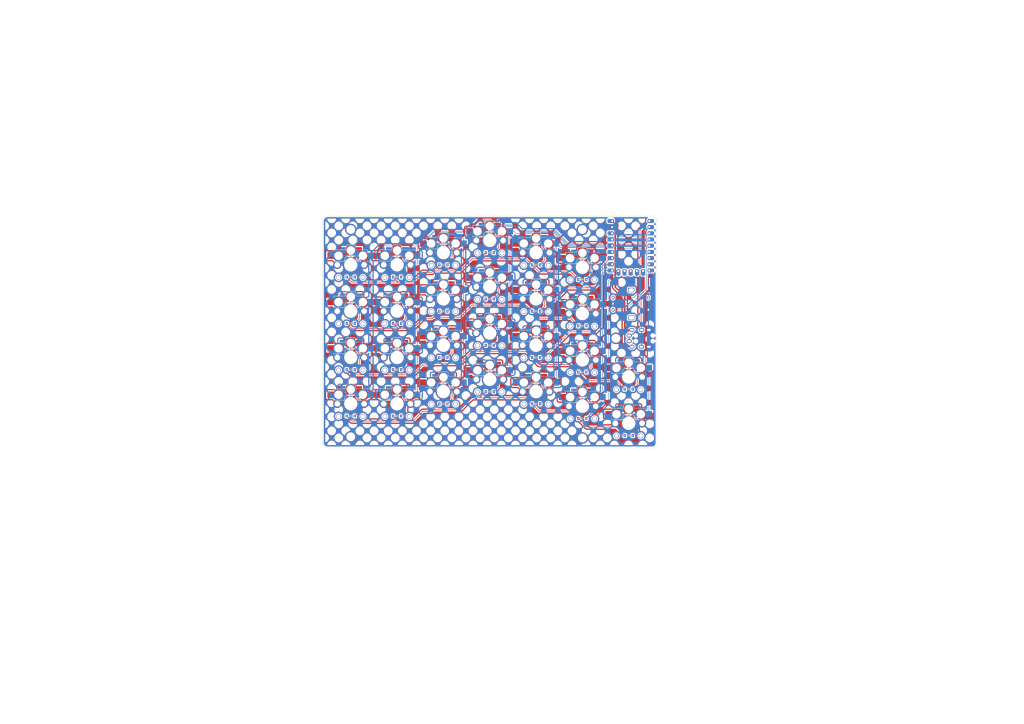
<source format=kicad_pcb>
(kicad_pcb (version 20241229) (generator "pcbnew") (generator_version "9.0")
  (title_block (title "niu") (date "2025-12-13") (rev "v1.0.0") (company "Unknown"))
  (layers (0 "F.Cu" signal) (2 "B.Cu" signal) (13 "F.Paste" user) (15 "B.Paste" user) (5 "F.SilkS" user "F.Silkscreen") (7 "B.SilkS" user "B.Silkscreen") (1 "F.Mask" user) (3 "B.Mask" user) (25 "Edge.Cuts" user))
  (net 0 "")
  (net 1 "outer_bottom")
  (net 2 "P21")
  (net 3 "GND")
  (net 4 "outer_lower")
  (net 5 "outer_home")
  (net 6 "outer_top")
  (net 7 "pinky_bottom")
  (net 8 "P4")
  (net 9 "pinky_lower")
  (net 10 "pinky_home")
  (net 11 "pinky_top")
  (net 12 "ring_bottom")
  (net 13 "P20")
  (net 14 "ring_lower")
  (net 15 "ring_home")
  (net 16 "ring_top")
  (net 17 "middle_bottom")
  (net 18 "P5")
  (net 19 "middle_lower")
  (net 20 "middle_home")
  (net 21 "middle_top")
  (net 22 "index_bottom")
  (net 23 "P19")
  (net 24 "index_lower")
  (net 25 "index_home")
  (net 26 "index_top")
  (net 27 "inner_bottom")
  (net 28 "P6")
  (net 29 "inner_lower")
  (net 30 "inner_home")
  (net 31 "inner_top")
  (net 32 "thumb_bottom")
  (net 33 "P18")
  (net 34 "thumb_lower")
  (net 35 "5V")
  (net 36 "3.3V")
  (net 37 "P7")
  (net 38 "P8")
  (net 39 "P9")
  (net 40 "P10")
  (net 41 "P11")
  (net 42 "P12")
  (net 43 "ENC_B")
  (net 44 "ENC_A")
  (net 45 "ENC_SW")
  (net 46 "P16")
  (net 47 "P17")
  (net 48 "RX")
  (net 49 "TX")
  (footprint "ceoloide:diode_tht_sod123" (layer "F.Cu") (at 219.86 127.63)
    (property "Reference" "D19" (hide yes))
    (property "Value" "")
  )
  (footprint "ceoloide:mcu_rp2040_zero" (layer "F.Cu") (at 249.68 112.53)
    (property "Reference" "MCU1" (hide yes))
    (property "Value" "")
  )
  (footprint "ceoloide:diode_tht_sod123" (layer "F.Cu") (at 143.86 151.63)
    (property "Reference" "D2" (hide yes))
    (property "Value" "")
  )
  (footprint "ceoloide:diode_tht_sod123" (layer "F.Cu") (at 181.86 127.63)
    (property "Reference" "D11" (hide yes))
    (property "Value" "")
  )
  (footprint "ceoloide:diode_tht_sod123" (layer "F.Cu") (at 162.86 151.63)
    (property "Reference" "D6" (hide yes))
    (property "Value" "")
  )
  (footprint "ceoloide:diode_tht_sod123" (layer "F.Cu") (at 219.86 146.63)
    (property "Reference" "D18" (hide yes))
    (property "Value" "")
  )
  (footprint "ceoloide:diode_tht_sod123" (layer "F.Cu") (at 219.86 165.63)
    (property "Reference" "D17" (hide yes))
    (property "Value" "")
  )
  (footprint "ceoloide:diode_tht_sod123" (layer "F.Cu") (at 200.86 160.63)
    (property "Reference" "D13" (hide yes))
    (property "Value" "")
  )
  (footprint "ceoloide:diode_tht_sod123" (layer "F.Cu") (at 181.86 165.63)
    (property "Reference" "D9" (hide yes))
    (property "Value" "")
  )
  (footprint "ceoloide:diode_tht_sod123" (layer "F.Cu") (at 257.86 159.63)
    (property "Reference" "D26" (hide yes))
    (property "Value" "")
  )
  (footprint "ceoloide:diode_tht_sod123" (layer "F.Cu") (at 162.86 170.63)
    (property "Reference" "D5" (hide yes))
    (property "Value" "")
  )
  (footprint "ceoloide:diode_tht_sod123" (layer "F.Cu") (at 219.86 108.63)
    (property "Reference" "D20" (hide yes))
    (property "Value" "")
  )
  (footprint "ceoloide:mounting_hole_npth" (layer "F.Cu") (at 238.86 179.63)
    (property "Reference" "MH3" (hide yes))
    (property "Value" "")
  )
  (footprint "ceoloide:mounting_hole_npth" (layer "F.Cu") (at 143.86 179.13)
    (property "Reference" "MH2" (hide yes))
    (property "Value" "")
  )
  (footprint "ceoloide:mounting_hole_npth" (layer "F.Cu") (at 143.86 94.13)
    (property "Reference" "MH1" (hide yes))
    (property "Value" "")
  )
  (footprint "ceoloide:diode_tht_sod123" (layer "F.Cu") (at 143.86 170.63)
    (property "Reference" "D1" (hide yes))
    (property "Value" "")
  )
  (footprint "ceoloide:diode_tht_sod123" (layer "F.Cu") (at 257.86 178.63)
    (property "Reference" "D25" (hide yes))
    (property "Value" "")
  )
  (footprint "ceoloide:diode_tht_sod123" (layer "F.Cu") (at 162.86 113.63)
    (property "Reference" "D8" (hide yes))
    (property "Value" "")
  )
  (footprint "ceoloide:diode_tht_sod123" (layer "F.Cu") (at 238.86 133.63)
    (property "Reference" "D23" (hide yes))
    (property "Value" "")
  )
  (footprint "ceoloide:diode_tht_sod123" (layer "F.Cu") (at 181.86 146.63)
    (property "Reference" "D10" (hide yes))
    (property "Value" "")
  )
  (footprint "ceoloide:diode_tht_sod123" (layer "F.Cu") (at 238.86 152.63)
    (property "Reference" "D22" (hide yes))
    (property "Value" "")
  )
  (footprint "ceoloide:diode_tht_sod123" (layer "F.Cu") (at 200.86 141.63)
    (property "Reference" "D14" (hide yes))
    (property "Value" "")
  )
  (footprint "ceoloide:diode_tht_sod123" (layer "F.Cu") (at 200.86 103.63)
    (property "Reference" "D16" (hide yes))
    (property "Value" "")
  )
  (footprint "ceoloide:diode_tht_sod123" (layer "F.Cu") (at 143.86 132.63)
    (property "Reference" "D3" (hide yes))
    (property "Value" "")
  )
  (footprint "ceoloide:rotary_encoder_ec11_ec12" (layer "F.Cu") (at 258.93 124.57 -90)
    (property "Reference" "RE1" (hide yes))
    (property "Value" "")
  )
  (footprint "ceoloide:diode_tht_sod123" (layer "F.Cu") (at 162.86 132.63)
    (property "Reference" "D7" (hide yes))
    (property "Value" "")
  )
  (footprint "ceoloide:diode_tht_sod123" (layer "F.Cu") (at 181.86 108.63)
    (property "Reference" "D12" (hide yes))
    (property "Value" "")
  )
  (footprint "ceoloide:diode_tht_sod123" (layer "F.Cu") (at 238.86 171.63)
    (property "Reference" "D21" (hide yes))
    (property "Value" "")
  )
  (footprint "ceoloide:mounting_hole_npth" (layer "F.Cu") (at 238.86 94.13)
    (property "Reference" "MH4" (hide yes))
    (property "Value" "")
  )
  (footprint "ceoloide:diode_tht_sod123" (layer "F.Cu") (at 200.86 122.63)
    (property "Reference" "D15" (hide yes))
    (property "Value" "")
  )
  (footprint "ceoloide:diode_tht_sod123" (layer "F.Cu") (at 143.86 113.63)
    (property "Reference" "D4" (hide yes))
    (property "Value" "")
  )
  (footprint "ceoloide:mounting_hole_npth" (layer "F.Cu") (at 252.59 138.77)
    (property "Reference" "MH5" (hide yes))
    (property "Value" "")
  )
  (footprint "ceoloide:trrs_pj320a (reversible)" (layer "F.Cu") (at 269.34 138.77 -90)
    (property "Reference" "TRRS1" (hide yes))
    (property "Value" "")
  )
  (footprint "ceoloide:diode_tht_sod123" (layer "F.Cu") (at 238.86 114.63)
    (property "Reference" "D24" (hide yes))
    (property "Value" "")
  )
  (footprint "ceoloide:switch_choc_v1_v2" (layer "B.Cu") (at 143.86 127.63)
    (property "Reference" "S3" (hide yes))
    (property "Value" "")
  )
  (footprint "ceoloide:switch_choc_v1_v2" (layer "B.Cu") (at 219.86 141.63)
    (property "Reference" "S18" (hide yes))
    (property "Value" "")
  )
  (footprint "ceoloide:switch_choc_v1_v2" (layer "B.Cu") (at 257.86 154.63)
    (property "Reference" "S26" (hide yes))
    (property "Value" "")
  )
  (footprint "ceoloide:switch_choc_v1_v2" (layer "B.Cu") (at 181.86 160.63)
    (property "Reference" "S9" (hide yes))
    (property "Value" "")
  )
  (footprint "ceoloide:switch_choc_v1_v2" (layer "B.Cu") (at 219.86 122.63)
    (property "Reference" "S19" (hide yes))
    (property "Value" "")
  )
  (footprint "ceoloide:switch_choc_v1_v2" (layer "B.Cu") (at 238.86 109.63)
    (property "Reference" "S24" (hide yes))
    (property "Value" "")
  )
  (footprint "ceoloide:switch_choc_v1_v2" (layer "B.Cu") (at 219.86 103.63)
    (property "Reference" "S20" (hide yes))
    (property "Value" "")
  )
  (footprint "ceoloide:switch_choc_v1_v2" (layer "B.Cu") (at 238.86 128.63)
    (property "Reference" "S23" (hide yes))
    (property "Value" "")
  )
  (footprint "ceoloide:switch_choc_v1_v2" (layer "B.Cu") (at 162.86 146.63)
    (property "Reference" "S6" (hide yes))
    (property "Value" "")
  )
  (footprint "ceoloide:switch_choc_v1_v2" (layer "B.Cu") (at 181.86 141.63)
    (property "Reference" "S10" (hide yes))
    (property "Value" "")
  )
  (footprint "ceoloide:switch_choc_v1_v2" (layer "B.Cu") (at 219.86 160.63)
    (property "Reference" "S17" (hide yes))
    (property "Value" "")
  )
  (footprint "ceoloide:switch_choc_v1_v2" (layer "B.Cu") (at 143.86 146.63)
    (property "Reference" "S2" (hide yes))
    (property "Value" "")
  )
  (footprint "ceoloide:switch_choc_v1_v2" (layer "B.Cu") (at 200.86 117.63)
    (property "Reference" "S15" (hide yes))
    (property "Value" "")
  )
  (footprint "ceoloide:switch_choc_v1_v2" (layer "B.Cu") (at 143.86 108.63)
    (property "Reference" "S4" (hide yes))
    (property "Value" "")
  )
  (footprint "ceoloide:switch_choc_v1_v2" (layer "B.Cu") (at 143.86 165.63)
    (property "Reference" "S1" (hide yes))
    (property "Value" "")
  )
  (footprint "ceoloide:switch_choc_v1_v2" (layer "B.Cu") (at 162.86 127.63)
    (property "Reference" "S7" (hide yes))
    (property "Value" "")
  )
  (footprint "ceoloide:switch_choc_v1_v2" (layer "B.Cu") (at 257.86 173.63)
    (property "Reference" "S25" (hide yes))
    (property "Value" "")
  )
  (footprint "ceoloide:switch_choc_v1_v2" (layer "B.Cu") (at 238.86 166.63)
    (property "Reference" "S21" (hide yes))
    (property "Value" "")
  )
  (footprint "ceoloide:switch_choc_v1_v2" (layer "B.Cu") (at 181.86 122.63)
    (property "Reference" "S11" (hide yes))
    (property "Value" "")
  )
  (footprint "ceoloide:switch_choc_v1_v2" (layer "B.Cu") (at 162.86 165.63)
    (property "Reference" "S5" (hide yes))
    (property "Value" "")
  )
  (footprint "ceoloide:switch_choc_v1_v2" (layer "B.Cu") (at 181.86 103.63)
    (property "Reference" "S12" (hide yes))
    (property "Value" "")
  )
  (footprint "ceoloide:switch_choc_v1_v2" (layer "B.Cu") (at 200.86 155.63)
    (property "Reference" "S13" (hide yes))
    (property "Value" "")
  )
  (footprint "ceoloide:switch_choc_v1_v2" (layer "B.Cu") (at 200.86 136.63)
    (property "Reference" "S14" (hide yes))
    (property "Value" "")
  )
  (footprint "ceoloide:switch_choc_v1_v2" (layer "B.Cu") (at 162.86 108.63)
    (property "Reference" "S8" (hide yes))
    (property "Value" "")
  )
  (footprint "ceoloide:switch_choc_v1_v2" (layer "B.Cu") (at 238.86 147.63)
    (property "Reference" "S22" (hide yes))
    (property "Value" "")
  )
  (footprint "ceoloide:switch_choc_v1_v2" (layer "B.Cu") (at 200.86 98.63)
    (property "Reference" "S16" (hide yes))
    (property "Value" "")
  )
  (gr_arc (start 269.36 181.63) (mid 268.774214 183.044214) (end 267.36 183.63) (stroke (width 0.15)) (layer "Edge.Cuts"))
  (gr_arc (start 132.36 90.63) (mid 132.945786 89.215786) (end 134.36 88.63) (stroke (width 0.15)) (layer "Edge.Cuts"))
  (gr_line (start 267.36 88.63) (end 134.36 88.63) (stroke (width 0.15)) (layer "Edge.Cuts"))
  (gr_line (start 132.36 90.63) (end 132.36 181.63) (stroke (width 0.15)) (layer "Edge.Cuts"))
  (gr_line (start 134.36 183.63) (end 267.36 183.63) (stroke (width 0.15)) (layer "Edge.Cuts"))
  (gr_line (start 269.36 181.63) (end 269.36 90.63) (stroke (width 0.15)) (layer "Edge.Cuts"))
  (gr_arc (start 134.36 183.63) (mid 132.945786 183.044214) (end 132.36 181.63) (stroke (width 0.15)) (layer "Edge.Cuts"))
  (gr_arc (start 267.36 88.63) (mid 268.774214 89.215786) (end 269.36 90.63) (stroke (width 0.15)) (layer "Edge.Cuts"))
  (segment (start 147.135 159.68) (end 145.06 161.755) (width 0.2) (layer "F.Cu") (net 1))
  (segment (start 146.47 162.92) (end 146.47 160.345) (width 0.25) (layer "F.Cu") (net 1))
  (segment (start 147.4 164.07) (end 146.47 162.92) (width 0.25) (layer "F.Cu") (net 1))
  (segment (start 145.51 170.63) (end 147.4 168.74) (width 0.25) (layer "F.Cu") (net 1))
  (segment (start 145.06 161.755) (end 143.86 161.755) (width 0.2) (layer "F.Cu") (net 1))
  (segment (start 147.4 168.74) (end 147.4 164.07) (width 0.25) (layer "F.Cu") (net 1))
  (via (at 143.86 161.755) (size 0.6) (drill 0.3) (layers "F.Cu" "B.Cu") (net 1))
  (via (at 145.51 170.63) (size 0.6) (drill 0.3) (layers "F.Cu" "B.Cu") (net 1))
  (segment (start 142.66 161.755) (end 143.86 161.755) (width 0.2) (layer "B.Cu") (net 1))
  (segment (start 140.585 159.68) (end 142.66 161.755) (width 0.2) (layer "B.Cu") (net 1))
  (segment (start 142.885 162.555) (end 143.86 162.555) (width 0.2) (layer "F.Cu") (net 2))
  (segment (start 135.585 104.88) (end 137.439 106.734) (width 0.2) (layer "F.Cu") (net 2))
  (segment (start 135.585 161.88) (end 137.439 163.734) (width 0.2) (layer "F.Cu") (net 2))
  (segment (start 141.706 144.734) (end 142.885 143.555) (width 0.2) (layer "F.Cu") (net 2))
  (segment (start 142.885 143.555) (end 143.86 143.555) (width 0.2) (layer "F.Cu") (net 2))
  (segment (start 137.439 106.734) (end 141.706 106.734) (width 0.2) (layer "F.Cu") (net 2))
  (segment (start 141.706 106.734) (end 142.885 105.555) (width 0.2) (layer "F.Cu") (net 2))
  (segment (start 141.706 125.734) (end 142.885 124.555) (width 0.2) (layer "F.Cu") (net 2))
  (segment (start 137.439 144.734) (end 141.706 144.734) (width 0.2) (layer "F.Cu") (net 2))
  (segment (start 135.585 123.88) (end 137.439 125.734) (width 0.2) (layer "F.Cu") (net 2))
  (segment (start 137.439 163.734) (end 141.706 163.734) (width 0.2) (layer "F.Cu") (net 2))
  (segment (start 137.439 125.734) (end 141.706 125.734) (width 0.2) (layer "F.Cu") (net 2))
  (segment (start 142.885 124.555) (end 143.86 124.555) (width 0.2) (layer "F.Cu") (net 2))
  (segment (start 135.585 142.88) (end 137.439 144.734) (width 0.2) (layer "F.Cu") (net 2))
  (segment (start 141.706 163.734) (end 142.885 162.555) (width 0.2) (layer "F.Cu") (net 2))
  (segment (start 142.885 105.555) (end 143.86 105.555) (width 0.2) (layer "F.Cu") (net 2))
  (via (at 143.86 143.555) (size 0.6) (drill 0.3) (layers "F.Cu" "B.Cu") (net 2))
  (via (at 143.86 124.555) (size 0.6) (drill 0.3) (layers "F.Cu" "B.Cu") (net 2))
  (via (at 143.86 162.555) (size 0.6) (drill 0.3) (layers "F.Cu" "B.Cu") (net 2))
  (via (at 143.86 105.555) (size 0.6) (drill 0.3) (layers "F.Cu" "B.Cu") (net 2))
  (segment (start 177.69245 94.98045) (end 191.08535 94.98045) (width 0.2) (layer "B.Cu") (net 2))
  (segment (start 144.821166 124.555) (end 143.86 124.555) (width 0.2) (layer "B.Cu") (net 2))
  (segment (start 146.000166 106.734) (end 144.821166 105.555) (width 0.2) (layer "B.Cu") (net 2))
  (segment (start 246.480064 99.9285) (end 249.269664 97.1389) (width 0.2) (layer "B.Cu") (net 2))
  (segment (start 152.135 161.88) (end 152.135 142.88) (width 0.25) (layer "B.Cu") (net 2))
  (segment (start 228.0073 94.626) (end 233.3098 99.9285) (width 0.2) (layer "B.Cu") (net 2))
  (segment (start 213.7622 94.626) (end 228.0073 94.626) (width 0.2) (layer "B.Cu") (net 2))
  (segment (start 196.0578 90.008) (end 203.2722 90.008) (width 0.2) (layer "B.Cu") (net 2))
  (segment (start 264.8611 97.1389) (end 266.3 95.7) (width 0.2) (layer "B.Cu") (net 2))
  (segment (start 150.281 163.734) (end 146.000166 163.734) (width 0.2) (layer "B.Cu") (net 2))
  (segment (start 205.4122 92.148) (end 211.2842 92.148) (width 0.2) (layer "B.Cu") (net 2))
  (segment (start 211.2842 92.148) (end 213.7622 94.626) (width 0.2) (layer "B.Cu") (net 2))
  (segment (start 152.135 123.88) (end 150.281 125.734) (width 0.2) (layer "B.Cu") (net 2))
  (segment (start 144.821166 143.555) (end 143.86 143.555) (width 0.2) (layer "B.Cu") (net 2))
  (segment (start 150.281 125.734) (end 146.000166 125.734) (width 0.2) (layer "B.Cu") (net 2))
  (segment (start 152.135 142.88) (end 150.281 144.734) (width 0.2) (layer "B.Cu") (net 2))
  (segment (start 152.135 104.88) (end 156.186 100.829) (width 0.2) (layer "B.Cu") (net 2))
  (segment (start 191.08535 94.98045) (end 196.0578 90.008) (width 0.2) (layer "B.Cu") (net 2))
  (segment (start 146.000166 163.734) (end 144.821166 162.555) (width 0.2) (layer "B.Cu") (net 2))
  (segment (start 203.2722 90.008) (end 205.4122 92.148) (width 0.2) (layer "B.Cu") (net 2))
  (segment (start 152.135 161.88) (end 150.281 163.734) (width 0.2) (layer "B.Cu") (net 2))
  (segment (start 146.000166 125.734) (end 144.821166 124.555) (width 0.2) (layer "B.Cu") (net 2))
  (segment (start 171.8439 100.829) (end 177.69245 94.98045) (width 0.2) (layer "B.Cu") (net 2))
  (segment (start 152.135 104.88) (end 150.281 106.734) (width 0.2) (layer "B.Cu") (net 2))
  (segment (start 144.821166 162.555) (end 143.86 162.555) (width 0.2) (layer "B.Cu") (net 2))
  (segment (start 156.186 100.829) (end 171.8439 100.829) (width 0.2) (layer "B.Cu") (net 2))
  (segment (start 146.000166 144.734) (end 144.821166 143.555) (width 0.2) (layer "B.Cu") (net 2))
  (segment (start 249.269664 97.1389) (end 264.8611 97.1389) (width 0.2) (layer "B.Cu") (net 2))
  (segment (start 152.135 123.88) (end 152.135 104.88) (width 0.25) (layer "B.Cu") (net 2))
  (segment (start 233.3098 99.9285) (end 246.480064 99.9285) (width 0.2) (layer "B.Cu") (net 2))
  (segment (start 150.281 144.734) (end 146.000166 144.734) (width 0.2) (layer "B.Cu") (net 2))
  (segment (start 144.821166 105.555) (end 143.86 105.555) (width 0.2) (layer "B.Cu") (net 2))
  (segment (start 152.135 142.88) (end 152.135 123.88) (width 0.25) (layer "B.Cu") (net 2))
  (segment (start 150.281 106.734) (end 146.000166 106.734) (width 0.2) (layer "B.Cu") (net 2))
  (segment (start 147.4 145.07) (end 146.47 143.92) (width 0.25) (layer "F.Cu") (net 4))
  (segment (start 145.06 142.755) (end 143.86 142.755) (width 0.2) (layer "F.Cu") (net 4))
  (segment (start 146.47 143.92) (end 146.47 141.345) (width 0.25) (layer "F.Cu") (net 4))
  (segment (start 147.135 140.68) (end 145.06 142.755) (width 0.2) (layer "F.Cu") (net 4))
  (segment (start 147.4 149.74) (end 147.4 145.07) (width 0.25) (layer "F.Cu") (net 4))
  (segment (start 145.51 151.63) (end 147.4 149.74) (width 0.25) (layer "F.Cu") (net 4))
  (via (at 143.86 142.755) (size 0.6) (drill 0.3) (layers "F.Cu" "B.Cu") (net 4))
  (via (at 145.51 151.63) (size 0.6) (drill 0.3) (layers "F.Cu" "B.Cu") (net 4))
  (segment (start 142.66 142.755) (end 143.86 142.755) (width 0.2) (layer "B.Cu") (net 4))
  (segment (start 140.585 140.68) (end 142.66 142.755) (width 0.2) (layer "B.Cu") (net 4))
  (segment (start 146.47 124.92) (end 146.47 122.345) (width 0.25) (layer "F.Cu") (net 5))
  (segment (start 147.135 121.68) (end 145.06 123.755) (width 0.2) (layer "F.Cu") (net 5))
  (segment (start 145.06 123.755) (end 143.86 123.755) (width 0.2) (layer "F.Cu") (net 5))
  (segment (start 147.4 126.07) (end 146.47 124.92) (width 0.25) (layer "F.Cu") (net 5))
  (segment (start 147.4 130.74) (end 147.4 126.07) (width 0.25) (layer "F.Cu") (net 5))
  (segment (start 145.51 132.63) (end 147.4 130.74) (width 0.25) (layer "F.Cu") (net 5))
  (via (at 145.51 132.63) (size 0.6) (drill 0.3) (layers "F.Cu" "B.Cu") (net 5))
  (via (at 143.86 123.755) (size 0.6) (drill 0.3) (layers "F.Cu" "B.Cu") (net 5))
  (segment (start 142.66 123.755) (end 143.86 123.755) (width 0.2) (layer "B.Cu") (net 5))
  (segment (start 140.585 121.68) (end 142.66 123.755) (width 0.2) (layer "B.Cu") (net 5))
  (segment (start 147.4 107.07) (end 146.47 105.92) (width 0.25) (layer "F.Cu") (net 6))
  (segment (start 147.4 111.74) (end 147.4 107.07) (width 0.25) (layer "F.Cu") (net 6))
  (segment (start 145.06 104.755) (end 143.86 104.755) (width 0.2) (layer "F.Cu") (net 6))
  (segment (start 146.47 105.92) (end 146.47 103.345) (width 0.25) (layer "F.Cu") (net 6))
  (segment (start 145.51 113.63) (end 147.4 111.74) (width 0.25) (layer "F.Cu") (net 6))
  (segment (start 147.135 102.68) (end 145.06 104.755) (width 0.2) (layer "F.Cu") (net 6))
  (via (at 143.86 104.755) (size 0.6) (drill 0.3) (layers "F.Cu" "B.Cu") (net 6))
  (via (at 145.51 113.63) (size 0.6) (drill 0.3) (layers "F.Cu" "B.Cu") (net 6))
  (segment (start 140.585 102.68) (end 142.66 104.755) (width 0.2) (layer "B.Cu") (net 6))
  (segment (start 142.66 104.755) (end 143.86 104.755) (width 0.2) (layer "B.Cu") (net 6))
  (segment (start 164.06 161.755) (end 162.86 161.755) (width 0.2) (layer "F.Cu") (net 7))
  (segment (start 166.4 164.07) (end 165.47 162.92) (width 0.25) (layer "F.Cu") (net 7))
  (segment (start 165.47 162.92) (end 165.47 160.345) (width 0.25) (layer "F.Cu") (net 7))
  (segment (start 164.51 170.63) (end 166.4 168.74) (width 0.25) (layer "F.Cu") (net 7))
  (segment (start 166.4 168.74) (end 166.4 164.07) (width 0.25) (layer "F.Cu") (net 7))
  (segment (start 166.135 159.68) (end 164.06 161.755) (width 0.2) (layer "F.Cu") (net 7))
  (via (at 164.51 170.63) (size 0.6) (drill 0.3) (layers "F.Cu" "B.Cu") (net 7))
  (via (at 162.86 161.755) (size 0.6) (drill 0.3) (layers "F.Cu" "B.Cu") (net 7))
  (segment (start 161.66 161.755) (end 162.86 161.755) (width 0.2) (layer "B.Cu") (net 7))
  (segment (start 159.585 159.68) (end 161.66 161.755) (width 0.2) (layer "B.Cu") (net 7))
  (segment (start 161.885 124.555) (end 162.86 124.555) (width 0.2) (layer "F.Cu") (net 8))
  (segment (start 161.885 162.555) (end 162.86 162.555) (width 0.2) (layer "F.Cu") (net 8))
  (segment (start 154.585 161.88) (end 156.439 163.734) (width 0.2) (layer "F.Cu") (net 8))
  (segment (start 160.706 144.734) (end 161.885 143.555) (width 0.2) (layer "F.Cu") (net 8))
  (segment (start 161.885 143.555) (end 162.86 143.555) (width 0.2) (layer "F.Cu") (net 8))
  (segment (start 154.585 123.88) (end 156.439 125.734) (width 0.2) (layer "F.Cu") (net 8))
  (segment (start 156.439 125.734) (end 160.706 125.734) (width 0.2) (layer "F.Cu") (net 8))
  (segment (start 154.585 142.88) (end 156.439 144.734) (width 0.2) (layer "F.Cu") (net 8))
  (segment (start 156.439 144.734) (end 160.706 144.734) (width 0.2) (layer "F.Cu") (net 8))
  (segment (start 156.439 163.734) (end 160.706 163.734) (width 0.2) (layer "F.Cu") (net 8))
  (segment (start 161.885 105.555) (end 162.86 105.555) (width 0.2) (layer "F.Cu") (net 8))
  (segment (start 156.439 106.734) (end 160.706 106.734) (width 0.2) (layer "F.Cu") (net 8))
  (segment (start 154.585 104.88) (end 156.439 106.734) (width 0.2) (layer "F.Cu") (net 8))
  (segment (start 160.706 125.734) (end 161.885 124.555) (width 0.2) (layer "F.Cu") (net 8))
  (segment (start 160.706 163.734) (end 161.885 162.555) (width 0.2) (layer "F.Cu") (net 8))
  (segment (start 160.706 106.734) (end 161.885 105.555) (width 0.2) (layer "F.Cu") (net 8))
  (via (at 162.86 105.555) (size 0.6) (drill 0.3) (layers "F.Cu" "B.Cu") (net 8))
  (via (at 162.86 162.555) (size 0.6) (drill 0.3) (layers "F.Cu" "B.Cu") (net 8))
  (via (at 162.86 143.555) (size 0.6) (drill 0.3) (layers "F.Cu" "B.Cu") (net 8))
  (via (at 162.86 124.555) (size 0.6) (drill 0.3) (layers "F.Cu" "B.Cu") (net 8))
  (segment (start 227.8412 95.027) (end 233.1437 100.3295) (width 0.2) (layer "B.Cu") (net 8))
  (segment (start 171.135 161.88) (end 169.281 163.734) (width 0.2) (layer "B.Cu") (net 8))
  (segment (start 165.000166 125.734) (end 163.821166 124.555) (width 0.2) (layer "B.Cu") (net 8))
  (segment (start 163.821166 124.555) (end 162.86 124.555) (width 0.2) (layer "B.Cu") (net 8))
  (segment (start 203.1061 90.409) (end 205.2461 92.549) (width 0.2) (layer "B.Cu") (net 8))
  (segment (start 211.1181 92.549) (end 213.5961 95.027) (width 0.2) (layer "B.Cu") (net 8))
  (segment (start 163.821166 162.555) (end 162.86 162.555) (width 0.2) (layer "B.Cu") (net 8))
  (segment (start 165.000166 106.734) (end 163.821166 105.555) (width 0.2) (layer "B.Cu") (net 8))
  (segment (start 169.281 163.734) (end 165.000166 163.734) (width 0.2) (layer "B.Cu") (net 8))
  (segment (start 169.281 106.734) (end 165.000166 106.734) (width 0.2) (layer "B.Cu") (net 8))
  (segment (start 196.2239 90.409) (end 203.1061 90.409) (width 0.2) (layer "B.Cu") (net 8))
  (segment (start 171.135 123.88) (end 171.135 104.88) (width 0.25) (layer "B.Cu") (net 8))
  (segment (start 250.141464 98.24) (end 251.06 98.24) (width 0.2) (layer "B.Cu") (net 8))
  (segment (start 171.135 104.88) (end 169.281 106.734) (width 0.2) (layer "B.Cu") (net 8))
  (segment (start 233.1437 100.3295) (end 248.051964 100.3295) (width 0.2) (layer "B.Cu") (net 8))
  (segment (start 165.000166 163.734) (end 163.821166 162.555) (width 0.2) (layer "B.Cu") (net 8))
  (segment (start 169.281 125.734) (end 165.000166 125.734) (width 0.2) (layer "B.Cu") (net 8))
  (segment (start 177.85855 95.38145) (end 191.25145 95.38145) (width 0.2) (layer "B.Cu") (net 8))
  (segment (start 171.135 102.105) (end 177.85855 95.38145) (width 0.2) (layer "B.Cu") (net 8))
  (segment (start 248.051964 100.3295) (end 250.141464 98.24) (width 0.2) (layer "B.Cu") (net 8))
  (segment (start 171.135 123.88) (end 169.281 125.734) (width 0.2) (layer "B.Cu") (net 8))
  (segment (start 165.000166 144.734) (end 163.821166 143.555) (width 0.2) (layer "B.Cu") (net 8))
  (segment (start 163.821166 143.555) (end 162.86 143.555) (width 0.2) (layer "B.Cu") (net 8))
  (segment (start 191.25145 95.38145) (end 196.2239 90.409) (width 0.2) (layer "B.Cu") (net 8))
  (segment (start 205.2461 92.549) (end 211.1181 92.549) (width 0.2) (layer "B.Cu") (net 8))
  (segment (start 169.281 144.734) (end 165.000166 144.734) (width 0.2) (layer "B.Cu") (net 8))
  (segment (start 213.5961 95.027) (end 227.8412 95.027) (width 0.2) (layer "B.Cu") (net 8))
  (segment (start 163.821166 105.555) (end 162.86 105.555) (width 0.2) (layer "B.Cu") (net 8))
  (segment (start 171.135 161.88) (end 171.135 142.88) (width 0.25) (layer "B.Cu") (net 8))
  (segment (start 171.135 142.88) (end 169.281 144.734) (width 0.2) (layer "B.Cu") (net 8))
  (segment (start 171.135 142.88) (end 171.135 123.88) (width 0.25) (layer "B.Cu") (net 8))
  (segment (start 171.135 104.88) (end 171.135 102.105) (width 0.2) (layer "B.Cu") (net 8))
  (segment (start 165.47 143.92) (end 165.47 141.345) (width 0.25) (layer "F.Cu") (net 9))
  (segment (start 166.4 145.07) (end 165.47 143.92) (width 0.25) (layer "F.Cu") (net 9))
  (segment (start 164.06 142.755) (end 162.86 142.755) (width 0.2) (layer "F.Cu") (net 9))
  (segment (start 166.4 149.74) (end 166.4 145.07) (width 0.25) (layer "F.Cu") (net 9))
  (segment (start 166.135 140.68) (end 164.06 142.755) (width 0.2) (layer "F.Cu") (net 9))
  (segment (start 164.51 151.63) (end 166.4 149.74) (width 0.25) (layer "F.Cu") (net 9))
  (via (at 164.51 151.63) (size 0.6) (drill 0.3) (layers "F.Cu" "B.Cu") (net 9))
  (via (at 162.86 142.755) (size 0.6) (drill 0.3) (layers "F.Cu" "B.Cu") (net 9))
  (segment (start 159.585 140.68) (end 161.66 142.755) (width 0.2) (layer "B.Cu") (net 9))
  (segment (start 161.66 142.755) (end 162.86 142.755) (width 0.2) (layer "B.Cu") (net 9))
  (segment (start 166.4 126.07) (end 165.47 124.92) (width 0.25) (layer "F.Cu") (net 10))
  (segment (start 165.47 124.92) (end 165.47 122.345) (width 0.25) (layer "F.Cu") (net 10))
  (segment (start 166.135 121.68) (end 164.06 123.755) (width 0.2) (layer "F.Cu") (net 10))
  (segment (start 166.4 130.74) (end 166.4 126.07) (width 0.25) (layer "F.Cu") (net 10))
  (segment (start 164.51 132.63) (end 166.4 130.74) (width 0.25) (layer "F.Cu") (net 10))
  (segment (start 164.06 123.755) (end 162.86 123.755) (width 0.2) (layer "F.Cu") (net 10))
  (via (at 164.51 132.63) (size 0.6) (drill 0.3) (layers "F.Cu" "B.Cu") (net 10))
  (via (at 162.86 123.755) (size 0.6) (drill 0.3) (layers "F.Cu" "B.Cu") (net 10))
  (segment (start 161.66 123.755) (end 162.86 123.755) (width 0.2) (layer "B.Cu") (net 10))
  (segment (start 159.585 121.68) (end 161.66 123.755) (width 0.2) (layer "B.Cu") (net 10))
  (segment (start 165.47 105.92) (end 165.47 103.345) (width 0.25) (layer "F.Cu") (net 11))
  (segment (start 164.51 113.63) (end 166.4 111.74) (width 0.25) (layer "F.Cu") (net 11))
  (segment (start 166.4 107.07) (end 165.47 105.92) (width 0.25) (layer "F.Cu") (net 11))
  (segment (start 166.4 111.74) (end 166.4 107.07) (width 0.25) (layer "F.Cu") (net 11))
  (segment (start 164.06 104.755) (end 162.86 104.755) (width 0.2) (layer "F.Cu") (net 11))
  (segment (start 166.135 102.68) (end 164.06 104.755) (width 0.2) (layer "F.Cu") (net 11))
  (via (at 164.51 113.63) (size 0.6) (drill 0.3) (layers "F.Cu" "B.Cu") (net 11))
  (via (at 162.86 104.755) (size 0.6) (drill 0.3) (layers "F.Cu" "B.Cu") (net 11))
  (segment (start 161.66 104.755) (end 162.86 104.755) (width 0.2) (layer "B.Cu") (net 11))
  (segment (start 159.585 102.68) (end 161.66 104.755) (width 0.2) (layer "B.Cu") (net 11))
  (segment (start 185.135 154.68) (end 183.06 156.755) (width 0.2) (layer "F.Cu") (net 12))
  (segment (start 184.47 157.92) (end 184.47 155.345) (width 0.25) (layer "F.Cu") (net 12))
  (segment (start 183.06 156.755) (end 181.86 156.755) (width 0.2) (layer "F.Cu") (net 12))
  (segment (start 183.51 165.63) (end 185.4 163.74) (width 0.25) (layer "F.Cu") (net 12))
  (segment (start 185.4 159.07) (end 184.47 157.92) (width 0.25) (layer "F.Cu") (net 12))
  (segment (start 185.4 163.74) (end 185.4 159.07) (width 0.25) (layer "F.Cu") (net 12))
  (via (at 183.51 165.63) (size 0.6) (drill 0.3) (layers "F.Cu" "B.Cu") (net 12))
  (via (at 181.86 156.755) (size 0.6) (drill 0.3) (layers "F.Cu" "B.Cu") (net 12))
  (segment (start 180.66 156.755) (end 181.86 156.755) (width 0.2) (layer "B.Cu") (net 12))
  (segment (start 178.585 154.68) (end 180.66 156.755) (width 0.2) (layer "B.Cu") (net 12))
  (segment (start 179.706 101.734) (end 180.885 100.555) (width 0.2) (layer "F.Cu") (net 13))
  (segment (start 175.439 139.734) (end 179.706 139.734) (width 0.2) (layer "F.Cu") (net 13))
  (segment (start 175.439 101.734) (end 179.706 101.734) (width 0.2) (layer "F.Cu") (net 13))
  (segment (start 179.706 139.734) (end 180.885 138.555) (width 0.2) (layer "F.Cu") (net 13))
  (segment (start 180.885 138.555) (end 181.86 138.555) (width 0.2) (layer "F.Cu") (net 13))
  (segment (start 180.885 100.555) (end 181.86 100.555) (width 0.2) (layer "F.Cu") (net 13))
  (segment (start 173.585 156.88) (end 175.439 158.734) (width 0.2) (layer "F.Cu") (net 13))
  (segment (start 175.439 120.734) (end 179.706 120.734) (width 0.2) (layer "F.Cu") (net 13))
  (segment (start 173.585 99.88) (end 175.439 101.734) (width 0.2) (layer "F.Cu") (net 13))
  (segment (start 179.706 120.734) (end 180.885 119.555) (width 0.2) (layer "F.Cu") (net 13))
  (segment (start 173.585 118.88) (end 175.439 120.734) (width 0.2) (layer "F.Cu") (net 13))
  (segment (start 173.585 137.88) (end 175.439 139.734) (width 0.2) (layer "F.Cu") (net 13))
  (segment (start 180.885 119.555) (end 181.86 119.555) (width 0.2) (layer "F.Cu") (net 13))
  (segment (start 180.885 157.555) (end 181.86 157.555) (width 0.2) (layer "F.Cu") (net 13))
  (segment (start 175.439 158.734) (end 179.706 158.734) (width 0.2) (layer "F.Cu") (net 13))
  (segment (start 179.706 158.734) (end 180.885 157.555) (width 0.2) (layer "F.Cu") (net 13))
  (via (at 181.86 100.555) (size 0.6) (drill 0.3) (layers "F.Cu" "B.Cu") (net 13))
  (via (at 181.86 138.555) (size 0.6) (drill 0.3) (layers "F.Cu" "B.Cu") (net 13))
  (via (at 181.86 119.555) (size 0.6) (drill 0.3) (layers "F.Cu" "B.Cu") (net 13))
  (via (at 181.86 157.555) (size 0.6) (drill 0.3) (layers "F.Cu" "B.Cu") (net 13))
  (segment (start 190.135 118.88) (end 190.135 99.88) (width 0.25) (layer "B.Cu") (net 13))
  (segment (start 190.135 118.88) (end 188.281 120.734) (width 0.2) (layer "B.Cu") (net 13))
  (segment (start 210.952 92.95) (end 213.43 95.428) (width 0.2) (layer "B.Cu") (net 13))
  (segment (start 202.94 90.81) (end 205.08 92.95) (width 0.2) (layer "B.Cu") (net 13))
  (segment (start 248.218064 100.7305) (end 249.269664 99.6789) (width 0.2) (layer "B.Cu") (net 13))
  (segment (start 249.269664 99.6789) (end 264.8611 99.6789) (width 0.2) (layer "B.Cu") (net 13))
  (segment (start 190.135 156.88) (end 190.135 137.88) (width 0.25) (layer "B.Cu") (net 13))
  (segment (start 190.135 137.88) (end 190.135 118.88) (width 0.25) (layer "B.Cu") (net 13))
  (segment (start 182.821166 119.555) (end 181.86 119.555) (width 0.2) (layer "B.Cu") (net 13))
  (segment (start 227.6751 95.428) (end 232.9776 100.7305) (width 0.2) (layer "B.Cu") (net 13))
  (segment (start 196.39 90.81) (end 202.94 90.81) (width 0.2) (layer "B.Cu") (net 13))
  (segment (start 184.000166 120.734) (end 182.821166 119.555) (width 0.2) (layer "B.Cu") (net 13))
  (segment (start 190.135 137.88) (end 188.281 139.734) (width 0.2) (layer "B.Cu") (net 13))
  (segment (start 264.8611 99.6789) (end 266.3 98.24) (width 0.2) (layer "B.Cu") (net 13))
  (segment (start 182.821166 138.555) (end 181.86 138.555) (width 0.2) (layer "B.Cu") (net 13))
  (segment (start 182.821166 100.555) (end 181.86 100.555) (width 0.2) (layer "B.Cu") (net 13))
  (segment (start 188.281 120.734) (end 184.000166 120.734) (width 0.2) (layer "B.Cu") (net 13))
  (segment (start 190.135 99.88) (end 190.135 97.065) (width 0.2) (layer "B.Cu") (net 13))
  (segment (start 190.135 156.88) (end 188.281 158.734) (width 0.2) (layer "B.Cu") (net 13))
  (segment (start 188.281 139.734) (end 184.000166 139.734) (width 0.2) (layer "B.Cu") (net 13))
  (segment (start 184.000166 158.734) (end 182.821166 157.555) (width 0.2) (layer "B.Cu") (net 13))
  (segment (start 190.135 99.88) (end 188.281 101.734) (width 0.2) (layer "B.Cu") (net 13))
  (segment (start 188.281 101.734) (end 184.000166 101.734) (width 0.2) (layer "B.Cu") (net 13))
  (segment (start 182.821166 157.555) (end 181.86 157.555) (width 0.2) (layer "B.Cu") (net 13))
  (segment (start 232.9776 100.7305) (end 248.218064 100.7305) (width 0.2) (layer "B.Cu") (net 13))
  (segment (start 213.43 95.428) (end 227.6751 95.428) (width 0.2) (layer "B.Cu") (net 13))
  (segment (start 188.281 158.734) (end 184.000166 158.734) (width 0.2) (layer "B.Cu") (net 13))
  (segment (start 205.08 92.95) (end 210.952 92.95) (width 0.2) (layer "B.Cu") (net 13))
  (segment (start 190.135 97.065) (end 196.39 90.81) (width 0.2) (layer "B.Cu") (net 13))
  (segment (start 184.000166 139.734) (end 182.821166 138.555) (width 0.2) (layer "B.Cu") (net 13))
  (segment (start 184.000166 101.734) (end 182.821166 100.555) (width 0.2) (layer "B.Cu") (net 13))
  (segment (start 185.4 144.74) (end 185.4 140.07) (width 0.25) (layer "F.Cu") (net 14))
  (segment (start 185.135 135.68) (end 183.06 137.755) (width 0.2) (layer "F.Cu") (net 14))
  (segment (start 183.06 137.755) (end 181.86 137.755) (width 0.2) (layer "F.Cu") (net 14))
  (segment (start 185.4 140.07) (end 184.47 138.92) (width 0.25) (layer "F.Cu") (net 14))
  (segment (start 183.51 146.63) (end 185.4 144.74) (width 0.25) (layer "F.Cu") (net 14))
  (segment (start 184.47 138.92) (end 184.47 136.345) (width 0.25) (layer "F.Cu") (net 14))
  (via (at 183.51 146.63) (size 0.6) (drill 0.3) (layers "F.Cu" "B.Cu") (net 14))
  (via (at 181.86 137.755) (size 0.6) (drill 0.3) (layers "F.Cu" "B.Cu") (net 14))
  (segment (start 180.66 137.755) (end 181.86 137.755) (width 0.2) (layer "B.Cu") (net 14))
  (segment (start 178.585 135.68) (end 180.66 137.755) (width 0.2) (layer "B.Cu") (net 14))
  (segment (start 185.135 116.68) (end 183.06 118.755) (width 0.2) (layer "F.Cu") (net 15))
  (segment (start 185.4 125.74) (end 185.4 121.07) (width 0.25) (layer "F.Cu") (net 15))
  (segment (start 184.47 119.92) (end 184.47 117.345) (width 0.25) (layer "F.Cu") (net 15))
  (segment (start 185.4 121.07) (end 184.47 119.92) (width 0.25) (layer "F.Cu") (net 15))
  (segment (start 183.51 127.63) (end 185.4 125.74) (width 0.25) (layer "F.Cu") (net 15))
  (segment (start 183.06 118.755) (end 181.86 118.755) (width 0.2) (layer "F.Cu") (net 15))
  (via (at 181.86 118.755) (size 0.6) (drill 0.3) (layers "F.Cu" "B.Cu") (net 15))
  (via (at 183.51 127.63) (size 0.6) (drill 0.3) (layers "F.Cu" "B.Cu") (net 15))
  (segment (start 178.585 116.68) (end 180.66 118.755) (width 0.2) (layer "B.Cu") (net 15))
  (segment (start 180.66 118.755) (end 181.86 118.755) (width 0.2) (layer "B.Cu") (net 15))
  (segment (start 185.4 102.07) (end 184.47 100.92) (width 0.25) (layer "F.Cu") (net 16))
  (segment (start 185.135 97.68) (end 183.06 99.755) (width 0.2) (layer "F.Cu") (net 16))
  (segment (start 184.47 100.92) (end 184.47 98.345) (width 0.25) (layer "F.Cu") (net 16))
  (segment (start 183.06 99.755) (end 181.86 99.755) (width 0.2) (layer "F.Cu") (net 16))
  (segment (start 185.4 106.74) (end 185.4 102.07) (width 0.25) (layer "F.Cu") (net 16))
  (segment (start 183.51 108.63) (end 185.4 106.74) (width 0.25) (layer "F.Cu") (net 16))
  (via (at 181.86 99.755) (size 0.6) (drill 0.3) (layers "F.Cu" "B.Cu") (net 16))
  (via (at 183.51 108.63) (size 0.6) (drill 0.3) (layers "F.Cu" "B.Cu") (net 16))
  (segment (start 178.585 97.68) (end 180.66 99.755) (width 0.2) (layer "B.Cu") (net 16))
  (segment (start 180.66 99.755) (end 181.86 99.755) (width 0.2) (layer "B.Cu") (net 16))
  (segment (start 203.47 152.92) (end 203.47 150.345) (width 0.25) (layer "F.Cu") (net 17))
  (segment (start 204.135 149.68) (end 202.06 151.755) (width 0.2) (layer "F.Cu") (net 17))
  (segment (start 202.51 160.63) (end 204.4 158.74) (width 0.25) (layer "F.Cu") (net 17))
  (segment (start 202.06 151.755) (end 200.86 151.755) (width 0.2) (layer "F.Cu") (net 17))
  (segment (start 204.4 158.74) (end 204.4 154.07) (width 0.25) (layer "F.Cu") (net 17))
  (segment (start 204.4 154.07) (end 203.47 152.92) (width 0.25) (layer "F.Cu") (net 17))
  (via (at 202.51 160.63) (size 0.6) (drill 0.3) (layers "F.Cu" "B.Cu") (net 17))
  (via (at 200.86 151.755) (size 0.6) (drill 0.3) (layers "F.Cu" "B.Cu") (net 17))
  (segment (start 199.66 151.755) (end 200.86 151.755) (width 0.2) (layer "B.Cu") (net 17))
  (segment (start 197.585 149.68) (end 199.66 151.755) (width 0.2) (layer "B.Cu") (net 17))
  (segment (start 192.585 94.88) (end 194.439 96.734) (width 0.2) (layer "F.Cu") (net 18))
  (segment (start 194.439 115.734) (end 198.706 115.734) (width 0.2) (layer "F.Cu") (net 18))
  (segment (start 199.885 133.555) (end 200.86 133.555) (width 0.2) (layer "F.Cu") (net 18))
  (segment (start 192.585 151.88) (end 194.439 153.734) (width 0.2) (layer "F.Cu") (net 18))
  (segment (start 192.585 132.88) (end 194.439 134.734) (width 0.2) (layer "F.Cu") (net 18))
  (segment (start 194.439 134.734) (end 198.706 134.734) (width 0.2) (layer "F.Cu") (net 18))
  (segment (start 198.706 96.734) (end 199.885 95.555) (width 0.2) (layer "F.Cu") (net 18))
  (segment (start 198.706 115.734) (end 199.885 114.555) (width 0.2) (layer "F.Cu") (net 18))
  (segment (start 194.439 153.734) (end 198.706 153.734) (width 0.2) (layer "F.Cu") (net 18))
  (segment (start 192.585 113.88) (end 194.439 115.734) (width 0.2) (layer "F.Cu") (net 18))
  (segment (start 199.885 152.555) (end 200.86 152.555) (width 0.2) (layer "F.Cu") (net 18))
  (segment (start 198.706 153.734) (end 199.885 152.555) (width 0.2) (layer "F.Cu") (net 18))
  (segment (start 199.885 114.555) (end 200.86 114.555) (width 0.2) (layer "F.Cu") (net 18))
  (segment (start 194.439 96.734) (end 198.706 96.734) (width 0.2) (layer "F.Cu") (net 18))
  (segment (start 198.706 134.734) (end 199.885 133.555) (width 0.2) (layer "F.Cu") (net 18))
  (segment (start 199.885 95.555) (end 200.86 95.555) (width 0.2) (layer "F.Cu") (net 18))
  (via (at 200.86 114.555) (size 0.6) (drill 0.3) (layers "F.Cu" "B.Cu") (net 18))
  (via (at 200.86 152.555) (size 0.6) (drill 0.3) (layers "F.Cu" "B.Cu") (net 18))
  (via (at 200.86 133.555) (size 0.6) (drill 0.3) (layers "F.Cu" "B.Cu") (net 18))
  (via (at 200.86 95.555) (size 0.6) (drill 0.3) (layers "F.Cu" "B.Cu") (net 18))
  (segment (start 203.000166 134.734) (end 201.821166 133.555) (width 0.2) (layer "B.Cu") (net 18))
  (segment (start 209.135 132.88) (end 207.281 134.734) (width 0.2) (layer "B.Cu") (net 18))
  (segment (start 210.85 94.88) (end 211.8 95.83) (width 0.2) (layer "B.Cu") (net 18))
  (segment (start 209.135 94.88) (end 210.85 94.88) (width 0.2) (layer "B.Cu") (net 18))
  (segment (start 207.281 96.734) (end 203.000166 96.734) (width 0.2) (layer "B.Cu") (net 18))
  (segment (start 203.000166 115.734) (end 201.821166 114.555) (width 0.2) (layer "B.Cu") (net 18))
  (segment (start 211.8 95.83) (end 211.801 95.829) (width 0.2) (layer "B.Cu") (net 18))
  (segment (start 209.135 113.88) (end 207.281 115.734) (width 0.2) (layer "B.Cu") (net 18))
  (segment (start 250.7085 101.1315) (end 251.06 100.78) (width 0.2) (layer "B.Cu") (net 18))
  (segment (start 207.281 115.734) (end 203.000166 115.734) (width 0.2) (layer "B.Cu") (net 18))
  (segment (start 203.000166 153.734) (end 201.821166 152.555) (width 0.2) (layer "B.Cu") (net 18))
  (segment (start 209.135 94.88) (end 207.281 96.734) (width 0.2) (layer "B.Cu") (net 18))
  (segment (start 211.801 95.829) (end 227.509 95.829) (width 0.2) (layer "B.Cu") (net 18))
  (segment (start 209.135 151.88) (end 207.281 153.734) (width 0.2) (layer "B.Cu") (net 18))
  (segment (start 207.281 153.734) (end 203.000166 153.734) (width 0.2) (layer "B.Cu") (net 18))
  (segment (start 209.135 132.88) (end 209.135 113.88) (width 0.25) (layer "B.Cu") (net 18))
  (segment (start 232.8115 101.1315) (end 250.7085 101.1315) (width 0.2) (layer "B.Cu") (net 18))
  (segment (start 227.509 95.829) (end 232.8115 101.1315) (width 0.2) (layer "B.Cu") (net 18))
  (segment (start 207.281 134.734) (end 203.000166 134.734) (width 0.2) (layer "B.Cu") (net 18))
  (segment (start 201.821166 95.555) (end 200.86 95.555) (width 0.2) (layer "B.Cu") (net 18))
  (segment (start 201.821166 133.555) (end 200.86 133.555) (width 0.2) (layer "B.Cu") (net 18))
  (segment (start 209.135 151.88) (end 209.135 132.88) (width 0.25) (layer "B.Cu") (net 18))
  (segment (start 201.821166 152.555) (end 200.86 152.555) (width 0.2) (layer "B.Cu") (net 18))
  (segment (start 203.000166 96.734) (end 201.821166 95.555) (width 0.2) (layer "B.Cu") (net 18))
  (segment (start 209.135 113.88) (end 209.135 94.88) (width 0.25) (layer "B.Cu") (net 18))
  (segment (start 201.821166 114.555) (end 200.86 114.555) (width 0.2) (layer "B.Cu") (net 18))
  (segment (start 204.135 130.68) (end 202.06 132.755) (width 0.2) (layer "F.Cu") (net 19))
  (segment (start 203.47 133.92) (end 203.47 131.345) (width 0.25) (layer "F.Cu") (net 19))
  (segment (start 204.4 135.07) (end 203.47 133.92) (width 0.25) (layer "F.Cu") (net 19))
  (segment (start 202.06 132.755) (end 200.86 132.755) (width 0.2) (layer "F.Cu") (net 19))
  (segment (start 202.51 141.63) (end 204.4 139.74) (width 0.25) (layer "F.Cu") (net 19))
  (segment (start 204.4 139.74) (end 204.4 135.07) (width 0.25) (layer "F.Cu") (net 19))
  (via (at 202.51 141.63) (size 0.6) (drill 0.3) (layers "F.Cu" "B.Cu") (net 19))
  (via (at 200.86 132.755) (size 0.6) (drill 0.3) (layers "F.Cu" "B.Cu") (net 19))
  (segment (start 197.585 130.68) (end 199.66 132.755) (width 0.2) (layer "B.Cu") (net 19))
  (segment (start 199.66 132.755) (end 200.86 132.755) (width 0.2) (layer "B.Cu") (net 19))
  (segment (start 203.47 114.92) (end 203.47 112.345) (width 0.25) (layer "F.Cu") (net 20))
  (segment (start 202.06 113.755) (end 200.86 113.755) (width 0.2) (layer "F.Cu") (net 20))
  (segment (start 204.4 116.07) (end 203.47 114.92) (width 0.25) (layer "F.Cu") (net 20))
  (segment (start 204.4 120.74) (end 204.4 116.07) (width 0.25) (layer "F.Cu") (net 20))
  (segment (start 202.51 122.63) (end 204.4 120.74) (width 0.25) (layer "F.Cu") (net 20))
  (segment (start 204.135 111.68) (end 202.06 113.755) (width 0.2) (layer "F.Cu") (net 20))
  (via (at 200.86 113.755) (size 0.6) (drill 0.3) (layers "F.Cu" "B.Cu") (net 20))
  (via (at 202.51 122.63) (size 0.6) (drill 0.3) (layers "F.Cu" "B.Cu") (net 20))
  (segment (start 197.585 111.68) (end 199.66 113.755) (width 0.2) (layer "B.Cu") (net 20))
  (segment (start 199.66 113.755) (end 200.86 113.755) (width 0.2) (layer "B.Cu") (net 20))
  (segment (start 202.51 103.63) (end 204.4 101.74) (width 0.25) (layer "F.Cu") (net 21))
  (segment (start 204.4 97.07) (end 203.47 95.92) (width 0.25) (layer "F.Cu") (net 21))
  (segment (start 202.06 94.755) (end 200.86 94.755) (width 0.2) (layer "F.Cu") (net 21))
  (segment (start 204.135 92.68) (end 202.06 94.755) (width 0.2) (layer "F.Cu") (net 21))
  (segment (start 203.47 95.92) (end 203.47 93.345) (width 0.25) (layer "F.Cu") (net 21))
  (segment (start 204.4 101.74) (end 204.4 97.07) (width 0.25) (layer "F.Cu") (net 21))
  (via (at 200.86 94.755) (size 0.6) (drill 0.3) (layers "F.Cu" "B.Cu") (net 21))
  (via (at 202.51 103.63) (size 0.6) (drill 0.3) (layers "F.Cu" "B.Cu") (net 21))
  (segment (start 199.66 94.755) (end 200.86 94.755) (width 0.2) (layer "B.Cu") (net 21))
  (segment (start 197.585 92.68) (end 199.66 94.755) (width 0.2) (layer "B.Cu") (net 21))
  (segment (start 223.135 154.68) (end 221.06 156.755) (width 0.2) (layer "F.Cu") (net 22))
  (segment (start 222.47 157.92) (end 222.47 155.345) (width 0.25) (layer "F.Cu") (net 22))
  (segment (start 221.51 165.63) (end 223.4 163.74) (width 0.25) (layer "F.Cu") (net 22))
  (segment (start 221.06 156.755) (end 219.86 156.755) (width 0.2) (layer "F.Cu") (net 22))
  (segment (start 223.4 159.07) (end 222.47 157.92) (width 0.25) (layer "F.Cu") (net 22))
  (segment (start 223.4 163.74) (end 223.4 159.07) (width 0.25) (layer "F.Cu") (net 22))
  (via (at 219.86 156.755) (size 0.6) (drill 0.3) (layers "F.Cu" "B.Cu") (net 22))
  (via (at 221.51 165.63) (size 0.6) (drill 0.3) (layers "F.Cu" "B.Cu") (net 22))
  (segment (start 218.66 156.755) (end 219.86 156.755) (width 0.2) (layer "B.Cu") (net 22))
  (segment (start 216.585 154.68) (end 218.66 156.755) (width 0.2) (layer "B.Cu") (net 22))
  (segment (start 217.706 158.734) (end 218.885 157.555) (width 0.2) (layer "F.Cu") (net 23))
  (segment (start 211.585 156.88) (end 213.439 158.734) (width 0.2) (layer "F.Cu") (net 23))
  (segment (start 211.585 99.88) (end 213.439 101.734) (width 0.2) (layer "F.Cu") (net 23))
  (segment (start 218.885 138.555) (end 219.86 138.555) (width 0.2) (layer "F.Cu") (net 23))
  (segment (start 217.706 139.734) (end 218.885 138.555) (width 0.2) (layer "F.Cu") (net 23))
  (segment (start 213.439 120.734) (end 217.706 120.734) (width 0.2) (layer "F.Cu") (net 23))
  (segment (start 218.885 100.555) (end 219.86 100.555) (width 0.2) (layer "F.Cu") (net 23))
  (segment (start 211.585 118.88) (end 213.439 120.734) (width 0.2) (layer "F.Cu") (net 23))
  (segment (start 213.439 101.734) (end 217.706 101.734) (width 0.2) (layer "F.Cu") (net 23))
  (segment (start 217.706 120.734) (end 218.885 119.555) (width 0.2) (layer "F.Cu") (net 23))
  (segment (start 213.439 139.734) (end 217.706 139.734) (width 0.2) (layer "F.Cu") (net 23))
  (segment (start 213.439 158.734) (end 217.706 158.734) (width 0.2) (layer "F.Cu") (net 23))
  (segment (start 218.885 157.555) (end 219.86 157.555) (width 0.2) (layer "F.Cu") (net 23))
  (segment (start 217.706 101.734) (end 218.885 100.555) (width 0.2) (layer "F.Cu") (net 23))
  (segment (start 211.585 137.88) (end 213.439 139.734) (width 0.2) (layer "F.Cu") (net 23))
  (segment (start 218.885 119.555) (end 219.86 119.555) (width 0.2) (layer "F.Cu") (net 23))
  (via (at 219.86 119.555) (size 0.6) (drill 0.3) (layers "F.Cu" "B.Cu") (net 23))
  (via (at 219.86 157.555) (size 0.6) (drill 0.3) (layers "F.Cu" "B.Cu") (net 23))
  (via (at 219.86 138.555) (size 0.6) (drill 0.3) (layers "F.Cu" "B.Cu") (net 23))
  (via (at 219.86 100.555) (size 0.6) (drill 0.3) (layers "F.Cu" "B.Cu") (net 23))
  (segment (start 235.01 101.5325) (end 248.921064 101.5325) (width 0.2) (layer "B.Cu") (net 23))
  (segment (start 248.921064 101.5325) (end 249.269664 101.8811) (width 0.2) (layer "B.Cu") (net 23))
  (segment (start 229.7875 101.5325) (end 235.01 101.5325) (width 0.2) (layer "B.Cu") (net 23))
  (segment (start 228.135 156.88) (end 226.281 158.734) (width 0.2) (layer "B.Cu") (net 23))
  (segment (start 228.135 118.88) (end 228.135 99.88) (width 0.25) (layer "B.Cu") (net 23))
  (segment (start 226.281 120.734) (end 222.000166 120.734) (width 0.2) (layer "B.Cu") (net 23))
  (segment (start 220.821166 119.555) (end 219.86 119.555) (width 0.2) (layer "B.Cu") (net 23))
  (segment (start 228.135 99.88) (end 229.7875 101.5325) (width 0.2) (layer "B.Cu") (net 23))
  (segment (start 222.000166 139.734) (end 220.821166 138.555) (width 0.2) (layer "B.Cu") (net 23))
  (segment (start 222.000166 101.734) (end 220.821166 100.555) (width 0.2) (layer "B.Cu") (net 23))
  (segment (start 228.135 137.88) (end 226.281 139.734) (width 0.2) (layer "B.Cu") (net 23))
  (segment (start 228.135 137.88) (end 228.135 118.88) (width 0.25) (layer "B.Cu") (net 23))
  (segment (start 265.1989 101.8811) (end 266.3 100.78) (width 0.2) (layer "B.Cu") (net 23))
  (segment (start 222.000166 158.734) (end 220.821166 157.555) (width 0.2) (layer "B.Cu") (net 23))
  (segment (start 228.135 156.88) (end 228.135 137.88) (width 0.25) (layer "B.Cu") (net 23))
  (segment (start 228.135 99.88) (end 226.281 101.734) (width 0.2) (layer "B.Cu") (net 23))
  (segment (start 220.821166 100.555) (end 219.86 100.555) (width 0.2) (layer "B.Cu") (net 23))
  (segment (start 228.135 118.88) (end 226.281 120.734) (width 0.2) (layer "B.Cu") (net 23))
  (segment (start 226.281 139.734) (end 222.000166 139.734) (width 0.2) (layer "B.Cu") (net 23))
  (segment (start 226.281 158.734) (end 222.000166 158.734) (width 0.2) (layer "B.Cu") (net 23))
  (segment (start 222.000166 120.734) (end 220.821166 119.555) (width 0.2) (layer "B.Cu") (net 23))
  (segment (start 226.281 101.734) (end 222.000166 101.734) (width 0.2) (layer "B.Cu") (net 23))
  (segment (start 220.821166 138.555) (end 219.86 138.555) (width 0.2) (layer "B.Cu") (net 23))
  (segment (start 220.821166 157.555) (end 219.86 157.555) (width 0.2) (layer "B.Cu") (net 23))
  (segment (start 239.330209 101.5325) (end 229.7875 101.5325) (width 0.2) (layer "B.Cu") (net 23))
  (segment (start 249.269664 101.8811) (end 265.1989 101.8811) (width 0.2) (layer "B.Cu") (net 23))
  (segment (start 223.4 140.07) (end 222.47 138.92) (width 0.25) (layer "F.Cu") (net 24))
  (segment (start 221.51 146.63) (end 223.4 144.74) (width 0.25) (layer "F.Cu") (net 24))
  (segment (start 223.135 135.68) (end 221.06 137.755) (width 0.2) (layer "F.Cu") (net 24))
  (segment (start 221.06 137.755) (end 219.86 137.755) (width 0.2) (layer "F.Cu") (net 24))
  (segment (start 222.47 138.92) (end 222.47 136.345) (width 0.25) (layer "F.Cu") (net 24))
  (segment (start 223.4 144.74) (end 223.4 140.07) (width 0.25) (layer "F.Cu") (net 24))
  (via (at 219.86 137.755) (size 0.6) (drill 0.3) (layers "F.Cu" "B.Cu") (net 24))
  (via (at 221.51 146.63) (size 0.6) (drill 0.3) (layers "F.Cu" "B.Cu") (net 24))
  (segment (start 218.66 137.755) (end 219.86 137.755) (width 0.2) (layer "B.Cu") (net 24))
  (segment (start 216.585 135.68) (end 218.66 137.755) (width 0.2) (layer "B.Cu") (net 24))
  (segment (start 223.135 116.68) (end 221.06 118.755) (width 0.2) (layer "F.Cu") (net 25))
  (segment (start 222.47 119.92) (end 222.47 117.345) (width 0.25) (layer "F.Cu") (net 25))
  (segment (start 223.4 121.07) (end 222.47 119.92) (width 0.25) (layer "F.Cu") (net 25))
  (segment (start 223.4 125.74) (end 223.4 121.07) (width 0.25) (layer "F.Cu") (net 25))
  (segment (start 221.51 127.63) (end 223.4 125.74) (width 0.25) (layer "F.Cu") (net 25))
  (segment (start 221.06 118.755) (end 219.86 118.755) (width 0.2) (layer "F.Cu") (net 25))
  (via (at 219.86 118.755) (size 0.6) (drill 0.3) (layers "F.Cu" "B.Cu") (net 25))
  (via (at 221.51 127.63) (size 0.6) (drill 0.3) (layers "F.Cu" "B.Cu") (net 25))
  (segment (start 218.66 118.755) (end 219.86 118.755) (width 0.2) (layer "B.Cu") (net 25))
  (segment (start 216.585 116.68) (end 218.66 118.755) (width 0.2) (layer "B.Cu") (net 25))
  (segment (start 221.06 99.755) (end 219.86 99.755) (width 0.2) (layer "F.Cu") (net 26))
  (segment (start 223.135 97.68) (end 221.06 99.755) (width 0.2) (layer "F.Cu") (net 26))
  (segment (start 221.51 108.63) (end 223.4 106.74) (width 0.25) (layer "F.Cu") (net 26))
  (segment (start 223.4 102.07) (end 222.47 100.92) (width 0.25) (layer "F.Cu") (net 26))
  (segment (start 223.4 106.74) (end 223.4 102.07) (width 0.25) (layer "F.Cu") (net 26))
  (segment (start 222.47 100.92) (end 222.47 98.345) (width 0.25) (layer "F.Cu") (net 26))
  (via (at 219.86 99.755) (size 0.6) (drill 0.3) (layers "F.Cu" "B.Cu") (net 26))
  (via (at 221.51 108.63) (size 0.6) (drill 0.3) (layers "F.Cu" "B.Cu") (net 26))
  (segment (start 218.66 99.755) (end 219.86 99.755) (width 0.2) (layer "B.Cu") (net 26))
  (segment (start 216.585 97.68) (end 218.66 99.755) (width 0.2) (layer "B.Cu") (net 26))
  (segment (start 240.51 171.63) (end 242.4 169.74) (width 0.25) (layer "F.Cu") (net 27))
  (segment (start 242.135 160.68) (end 240.06 162.755) (width 0.2) (layer "F.Cu") (net 27))
  (segment (start 242.4 165.07) (end 241.47 163.92) (width 0.25) (layer "F.Cu") (net 27))
  (segment (start 242.4 169.74) (end 242.4 165.07) (width 0.25) (layer "F.Cu") (net 27))
  (segment (start 240.06 162.755) (end 238.86 162.755) (width 0.2) (layer "F.Cu") (net 27))
  (segment (start 241.47 163.92) (end 241.47 161.345) (width 0.25) (layer "F.Cu") (net 27))
  (via (at 240.51 171.63) (size 0.6) (drill 0.3) (layers "F.Cu" "B.Cu") (net 27))
  (via (at 238.86 162.755) (size 0.6) (drill 0.3) (layers "F.Cu" "B.Cu") (net 27))
  (segment (start 235.585 160.68) (end 237.66 162.755) (width 0.2) (layer "B.Cu") (net 27))
  (segment (start 237.66 162.755) (end 238.86 162.755) (width 0.2) (layer "B.Cu") (net 27))
  (segment (start 236.706 107.734) (end 237.885 106.555) (width 0.2) (layer "F.Cu") (net 28))
  (segment (start 236.706 145.734) (end 237.885 144.555) (width 0.2) (layer "F.Cu") (net 28))
  (segment (start 236.706 164.734) (end 237.885 163.555) (width 0.2) (layer "F.Cu") (net 28))
  (segment (start 237.885 163.555) (end 238.86 163.555) (width 0.2) (layer "F.Cu") (net 28))
  (segment (start 236.706 126.734) (end 237.885 125.555) (width 0.2) (layer "F.Cu") (net 28))
  (segment (start 230.585 124.88) (end 232.439 126.734) (width 0.2) (layer "F.Cu") (net 28))
  (segment (start 230.585 143.88) (end 232.439 145.734) (width 0.2) (layer "F.Cu") (net 28))
  (segment (start 232.439 107.734) (end 236.706 107.734) (width 0.2) (layer "F.Cu") (net 28))
  (segment (start 237.885 106.555) (end 238.86 106.555) (width 0.2) (layer "F.Cu") (net 28))
  (segment (start 232.439 126.734) (end 236.706 126.734) (width 0.2) (layer "F.Cu") (net 28))
  (segment (start 232.439 145.734) (end 236.706 145.734) (width 0.2) (layer "F.Cu") (net 28))
  (segment (start 232.439 164.734) (end 236.706 164.734) (width 0.2) (layer "F.Cu") (net 28))
  (segment (start 230.585 162.88) (end 232.439 164.734) (width 0.2) (layer "F.Cu") (net 28))
  (segment (start 230.585 105.88) (end 232.439 107.734) (width 0.2) (layer "F.Cu") (net 28))
  (segment (start 237.885 125.555) (end 238.86 125.555) (width 0.2) (layer "F.Cu") (net 28))
  (segment (start 237.885 144.555) (end 238.86 144.555) (width 0.2) (layer "F.Cu") (net 28))
  (via (at 238.86 144.555) (size 0.6) (drill 0.3) (layers "F.Cu" "B.Cu") (net 28))
  (via (at 238.86 125.555) (size 0.6) (drill 0.3) (layers "F.Cu" "B.Cu") (net 28))
  (via (at 238.86 106.555) (size 0.6) (drill 0.3) (layers "F.Cu" "B.Cu") (net 28))
  (via (at 238.86 163.555) (size 0.6) (drill 0.3) (layers "F.Cu" "B.Cu") (net 28))
  (segment (start 241.000166 164.734) (end 239.821166 163.555) (width 0.2) (layer "B.Cu") (net 28))
  (segment (start 239.821166 125.555) (end 238.86 125.555) (width 0.2) (layer "B.Cu") (net 28))
  (segment (start 239.821166 163.555) (end 238.86 163.555) (width 0.2) (layer "B.Cu") (net 28))
  (segment (start 245.281 107.734) (end 241.000166 107.734) (width 0.2) (layer "B.Cu") (net 28))
  (segment (start 239.821166 106.555) (end 238.86 106.555) (width 0.2) (layer "B.Cu") (net 28))
  (segment (start 247.135 105.88) (end 249.695 103.32) (width 0.2) (layer "B.Cu") (net 28))
  (segment (start 247.135 162.88) (end 247.135 143.88) (width 0.25) (layer "B.Cu") (net 28))
  (segment (start 247.135 105.88) (end 245.281 107.734) (width 0.2) (layer "B.Cu") (net 28))
  (segment (start 247.135 143.88) (end 247.135 124.88) (width 0.25) (layer "B.Cu") (net 28))
  (segment (start 247.135 124.88) (end 247.135 105.88) (width 0.25) (layer "B.Cu") (net 28))
  (segment (start 241.000166 107.734) (end 239.821166 106.555) (width 0.2) (layer "B.Cu") (net 28))
  (segment (start 247.135 124.88) (end 245.281 126.734) (width 0.2) (layer "B.Cu") (net 28))
  (segment (start 249.695 103.32) (end 251.06 103.32) (width 0.2) (layer "B.Cu") (net 28))
  (segment (start 245.281 126.734) (end 241.000166 126.734) (width 0.2) (layer "B.Cu") (net 28))
  (segment (start 245.281 145.734) (end 241.000166 145.734) (width 0.2) (layer "B.Cu") (net 28))
  (segment (start 241.000166 145.734) (end 239.821166 144.555) (width 0.2) (layer "B.Cu") (net 28))
  (segment (start 239.821166 144.555) (end 238.86 144.555) (width 0.2) (layer "B.Cu") (net 28))
  (segment (start 241.000166 126.734) (end 239.821166 125.555) (width 0.2) (layer "B.Cu") (net 28))
  (segment (start 247.135 143.88) (end 245.281 145.734) (width 0.2) (layer "B.Cu") (net 28))
  (segment (start 247.135 162.88) (end 245.281 164.734) (width 0.2) (layer "B.Cu") (net 28))
  (segment (start 245.281 164.734) (end 241.000166 164.734) (width 0.2) (layer "B.Cu") (net 28))
  (segment (start 240.06 143.755) (end 238.86 143.755) (width 0.2) (layer "F.Cu") (net 29))
  (segment (start 242.4 146.07) (end 241.47 144.92) (width 0.25) (layer "F.Cu") (net 29))
  (segment (start 240.51 152.63) (end 242.4 150.74) (width 0.25) (layer "F.Cu") (net 29))
  (segment (start 242.135 141.68) (end 240.06 143.755) (width 0.2) (layer "F.Cu") (net 29))
  (segment (start 241.47 144.92) (end 241.47 142.345) (width 0.25) (layer "F.Cu") (net 29))
  (segment (start 242.4 150.74) (end 242.4 146.07) (width 0.25) (layer "F.Cu") (net 29))
  (via (at 238.86 143.755) (size 0.6) (drill 0.3) (layers "F.Cu" "B.Cu") (net 29))
  (via (at 240.51 152.63) (size 0.6) (drill 0.3) (layers "F.Cu" "B.Cu") (net 29))
  (segment (start 237.66 143.755) (end 238.86 143.755) (width 0.2) (layer "B.Cu") (net 29))
  (segment (start 235.585 141.68) (end 237.66 143.755) (width 0.2) (layer "B.Cu") (net 29))
  (segment (start 240.06 124.755) (end 238.86 124.755) (width 0.2) (layer "F.Cu") (net 30))
  (segment (start 242.4 131.74) (end 242.4 127.07) (width 0.25) (layer "F.Cu") (net 30))
  (segment (start 242.4 127.07) (end 241.47 125.92) (width 0.25) (layer "F.Cu") (net 30))
  (segment (start 240.51 133.63) (end 242.4 131.74) (width 0.25) (layer "F.Cu") (net 30))
  (segment (start 242.135 122.68) (end 240.06 124.755) (width 0.2) (layer "F.Cu") (net 30))
  (segment (start 241.47 125.92) (end 241.47 123.345) (width 0.25) (layer "F.Cu") (net 30))
  (via (at 240.51 133.63) (size 0.6) (drill 0.3) (layers "F.Cu" "B.Cu") (net 30))
  (via (at 238.86 124.755) (size 0.6) (drill 0.3) (layers "F.Cu" "B.Cu") (net 30))
  (segment (start 237.66 124.755) (end 238.86 124.755) (width 0.2) (layer "B.Cu") (net 30))
  (segment (start 235.585 122.68) (end 237.66 124.755) (width 0.2) (layer "B.Cu") (net 30))
  (segment (start 240.06 105.755) (end 238.86 105.755) (width 0.2) (layer "F.Cu") (net 31))
  (segment (start 240.51 114.63) (end 242.4 112.74) (width 0.25) (layer "F.Cu") (net 31))
  (segment (start 241.47 106.92) (end 241.47 104.345) (width 0.25) (layer "F.Cu") (net 31))
  (segment (start 242.4 112.74) (end 242.4 108.07) (width 0.25) (layer "F.Cu") (net 31))
  (segment (start 242.4 108.07) (end 241.47 106.92) (width 0.25) (layer "F.Cu") (net 31))
  (segment (start 242.135 103.68) (end 240.06 105.755) (width 0.2) (layer "F.Cu") (net 31))
  (via (at 238.86 105.755) (size 0.6) (drill 0.3) (layers "F.Cu" "B.Cu") (net 31))
  (via (at 240.51 114.63) (size 0.6) (drill 0.3) (layers "F.Cu" "B.Cu") (net 31))
  (segment (start 237.66 105.755) (end 238.86 105.755) (width 0.2) (layer "B.Cu") (net 31))
  (segment (start 235.585 103.68) (end 237.66 105.755) (width 0.2) (layer "B.Cu") (net 31))
  (segment (start 259.06 169.755) (end 257.86 169.755) (width 0.2) (layer "F.Cu") (net 32))
  (segment (start 259.51 178.63) (end 261.4 176.74) (width 0.25) (layer "F.Cu") (net 32))
  (segment (start 261.4 172.07) (end 260.47 170.92) (width 0.25) (layer "F.Cu") (net 32))
  (segment (start 261.4 176.74) (end 261.4 172.07) (width 0.25) (layer "F.Cu") (net 32))
  (segment (start 261.135 167.68) (end 259.06 169.755) (width 0.2) (layer "F.Cu") (net 32))
  (segment (start 260.47 170.92) (end 260.47 168.345) (width 0.25) (layer "F.Cu") (net 32))
  (via (at 259.51 178.63) (size 0.6) (drill 0.3) (layers "F.Cu" "B.Cu") (net 32))
  (via (at 257.86 169.755) (size 0.6) (drill 0.3) (layers "F.Cu" "B.Cu") (net 32))
  (segment (start 254.585 167.68) (end 256.66 169.755) (width 0.2) (layer "B.Cu") (net 32))
  (segment (start 256.66 169.755) (end 257.86 169.755) (width 0.2) (layer "B.Cu") (net 32))
  (segment (start 256.885 151.555) (end 257.86 151.555) (width 0.2) (layer "F.Cu") (net 33))
  (segment (start 251.439 152.734) (end 255.706 152.734) (width 0.2) (layer "F.Cu") (net 33))
  (segment (start 255.706 152.734) (end 256.885 151.555) (width 0.2) (layer "F.Cu") (net 33))
  (segment (start 249.585 169.88) (end 251.439 171.734) (width 0.2) (layer "F.Cu") (net 33))
  (segment (start 256.885 170.555) (end 257.86 170.555) (width 0.2) (layer "F.Cu") (net 33))
  (segment (start 249.585 150.88) (end 251.439 152.734) (width 0.2) (layer "F.Cu") (net 33))
  (segment (start 251.439 171.734) (end 255.706 171.734) (width 0.2) (layer "F.Cu") (net 33))
  (segment (start 255.706 171.734) (end 256.885 170.555) (width 0.2) (layer "F.Cu") (net 33))
  (via (at 257.86 170.555) (size 0.6) (drill 0.3) (layers "F.Cu" "B.Cu") (net 33))
  (via (at 257.86 151.555) (size 0.6) (drill 0.3) (layers "F.Cu" "B.Cu") (net 33))
  (segment (start 266.3 103.32) (end 265.06 104.56) (width 0.2) (layer "B.Cu") (net 33))
  (segment (start 266.135 169.88) (end 266.135 150.88) (width 0.25) (layer "B.Cu") (net 33))
  (segment (start 260.000166 171.734) (end 258.821166 170.555) (width 0.2) (layer "B.Cu") (net 33))
  (segment (start 264.63 149.375) (end 266.135 150.88) (width 0.2) (layer "B.Cu") (net 33))
  (segment (start 265.06 133.26) (end 264.63 133.69) (width 0.2) (layer "B.Cu") (net 33))
  (segment (start 260.000166 152.734) (end 258.821166 151.555) (width 0.2) (layer "B.Cu") (net 33))
  (segment (start 264.281 171.734) (end 260.000166 171.734) (width 0.2) (layer "B.Cu") (net 33))
  (segment (start 265.06 104.56) (end 265.06 133.26) (width 0.2) (layer "B.Cu") (net 33))
  (segment (start 264.281 152.734) (end 260.000166 152.734) (width 0.2) (layer "B.Cu") (net 33))
  (segment (start 264.63 133.69) (end 264.63 149.375) (width 0.2) (layer "B.Cu") (net 33))
  (segment (start 258.821166 151.555) (end 257.86 151.555) (width 0.2) (layer "B.Cu") (net 33))
  (segment (start 266.135 169.88) (end 264.281 171.734) (width 0.2) (layer "B.Cu") (net 33))
  (segment (start 266.135 150.88) (end 264.281 152.734) (width 0.2) (layer "B.Cu") (net 33))
  (segment (start 258.821166 170.555) (end 257.86 170.555) (width 0.2) (layer "B.Cu") (net 33))
  (segment (start 260.47 151.92) (end 260.47 149.345) (width 0.25) (layer "F.Cu") (net 34))
  (segment (start 261.135 148.68) (end 259.06 150.755) (width 0.2) (layer "F.Cu") (net 34))
  (segment (start 259.51 159.63) (end 261.4 157.74) (width 0.25) (layer "F.Cu") (net 34))
  (segment (start 259.06 150.755) (end 257.86 150.755) (width 0.2) (layer "F.Cu") (net 34))
  (segment (start 261.4 153.07) (end 260.47 151.92) (width 0.25) (layer "F.Cu") (net 34))
  (segment (start 261.4 157.74) (end 261.4 153.07) (width 0.25) (layer "F.Cu") (net 34))
  (via (at 259.51 159.63) (size 0.6) (drill 0.3) (layers "F.Cu" "B.Cu") (net 34))
  (via (at 257.86 150.755) (size 0.6) (drill 0.3) (layers "F.Cu" "B.Cu") (net 34))
  (segment (start 254.585 148.68) (end 256.66 150.755) (width 0.2) (layer "B.Cu") (net 34))
  (segment (start 256.66 150.755) (end 257.86 150.755) (width 0.2) (layer "B.Cu") (net 34))
  (segment (start 256.239 121.639) (end 252.3116 117.7116) (width 0.6) (layer "F.Cu") (net 35))
  (segment (start 257.969 135.32) (end 259.14 135.32) (width 0.6) (layer "F.Cu") (net 35))
  (segment (start 259.14 142.22) (end 258.04 142.22) (width 0.6) (layer "F.Cu") (net 35))
  (segment (start 256.239 140.419) (end 256.239 137.05) (width 0.6) (layer "F.Cu") (net 35))
  (segment (start 258.04 142.22) (end 256.239 140.419) (width 0.6) (layer "F.Cu") (net 35))
  (segment (start 252.3116 117.7116) (end 252.3116 91.8716) (width 0.6) (layer "F.Cu") (net 35))
  (segment (start 256.239 137.05) (end 256.239 121.639) (width 0.6) (layer "F.Cu") (net 35))
  (segment (start 256.239 137.05) (end 257.969 135.32) (width 0.6) (layer "F.Cu") (net 35))
  (segment (start 252.3116 91.8716) (end 251.06 90.62) (width 0.6) (layer "F.Cu") (net 35))
  (segment (start 163.29 115.71) (end 161.21 113.63) (width 0.25) (layer "F.Cu") (net 37))
  (segment (start 173.39 111.69) (end 173.39 111.69) (width 0.25) (layer "F.Cu") (net 37))
  (segment (start 188.655 111.125) (end 193.65 106.13) (width 0.25) (layer "F.Cu") (net 37))
  (segment (start 177.15 111.69) (end 177.15 111.69) (width 0.25) (layer "F.Cu") (net 37))
  (segment (start 193.65 106.13) (end 193.65 106.13) (width 0.25) (layer "F.Cu") (net 37))
  (segment (start 243.918491 117.684409) (end 245.878 115.7249) (width 0.2) (layer "F.Cu") (net 37))
  (segment (start 240.264409 117.684409) (end 243.918491 117.684409) (width 0.2) (layer "F.Cu") (net 37))
  (segment (start 250.38 105.86) (end 251.06 105.86) (width 0.2) (layer "F.Cu") (net 37))
  (segment (start 180.21 108.63) (end 177.715 111.125) (width 0.25) (layer "F.Cu") (net 37))
  (segment (start 144.29 115.71) (end 163.29 115.71) (width 0.25) (layer "F.Cu") (net 37))
  (segment (start 234.1 111.52) (end 237.21 114.63) (width 0.25) (layer "F.Cu") (net 37))
  (segment (start 237.21 114.63) (end 240.264409 117.684409) (width 0.2) (layer "F.Cu") (net 37))
  (segment (start 199.21 103.63) (end 196.71 106.13) (width 0.25) (layer "F.Cu") (net 37))
  (segment (start 215.71 106.13) (end 215.71 106.13) (width 0.25) (layer "F.Cu") (net 37))
  (segment (start 221.1 111.52) (end 234.1 111.52) (width 0.25) (layer "F.Cu") (net 37))
  (segment (start 196.71 106.13) (end 199.21 103.63) (width 0.25) (layer "F.Cu") (net 37))
  (segment (start 177.15 111.69) (end 180.21 108.63) (width 0.25) (layer "F.Cu") (net 37))
  (segment (start 173.39 111.69) (end 177.15 111.69) (width 0.25) (layer "F.Cu") (net 37))
  (segment (start 169.37 115.71) (end 173.39 111.69) (width 0.25) (layer "F.Cu") (net 37))
  (segment (start 193.65 106.13) (end 196.71 106.13) (width 0.25) (layer "F.Cu") (net 37))
  (segment (start 163.29 115.71) (end 169.37 115.71) (width 0.25) (layer "F.Cu") (net 37))
  (segment (start 234.1 111.52) (end 234.1 111.52) (width 0.25) (layer "F.Cu") (net 37))
  (segment (start 142.21 113.63) (end 144.29 115.71) (width 0.25) (layer "F.Cu") (net 37))
  (segment (start 177.715 111.125) (end 188.655 111.125) (width 0.25) (layer "F.Cu") (net 37))
  (segment (start 196.71 106.13) (end 215.71 106.13) (width 0.25) (layer "F.Cu") (net 37))
  (segment (start 218.21 108.63) (end 218.21 108.63) (width 0.25) (layer "F.Cu") (net 37))
  (segment (start 245.878 110.362) (end 250.38 105.86) (width 0.2) (layer "F.Cu") (net 37))
  (segment (start 144.29 115.71) (end 144.29 115.71) (width 0.25) (layer "F.Cu") (net 37))
  (segment (start 245.878 115.7249) (end 245.878 110.362) (width 0.2) (layer "F.Cu") (net 37))
  (segment (start 196.71 106.13) (end 196.71 106.13) (width 0.25) (layer "F.Cu") (net 37))
  (segment (start 215.71 106.13) (end 218.21 108.63) (width 0.25) (layer "F.Cu") (net 37))
  (segment (start 163.29 115.71) (end 163.29 115.71) (width 0.25) (layer "F.Cu") (net 37))
  (segment (start 161.21 113.63) (end 163.29 115.71) (width 0.25) (layer "F.Cu") (net 37))
  (segment (start 218.21 108.63) (end 221.1 111.52) (width 0.25) (layer "F.Cu") (net 37))
  (segment (start 221.1 111.52) (end 221.1 111.52) (width 0.25) (layer "F.Cu") (net 37))
  (segment (start 188.655 111.125) (end 188.655 111.125) (width 0.25) (layer "F.Cu") (net 37))
  (segment (start 169.37 115.71) (end 169.37 115.71) (width 0.25) (layer "F.Cu") (net 37))
  (via (at 199.21 103.63) (size 0.6) (drill 0.3) (layers "F.Cu" "B.Cu") (net 37))
  (via (at 218.21 108.63) (size 0.6) (drill 0.3) (layers "F.Cu" "B.Cu") (net 37))
  (via (at 180.21 108.63) (size 0.6) (drill 0.3) (layers "F.Cu" "B.Cu") (net 37))
  (via (at 161.21 113.63) (size 0.6) (drill 0.3) (layers "F.Cu" "B.Cu") (net 37))
  (via (at 237.21 114.63) (size 0.6) (drill 0.3) (layers "F.Cu" "B.Cu") (net 37))
  (via (at 142.21 113.63) (size 0.6) (drill 0.3) (layers "F.Cu" "B.Cu") (net 37))
  (segment (start 169.37 134.71) (end 169.37 134.71) (width 0.25) (layer "F.Cu") (net 38))
  (segment (start 193.65 125.13) (end 193.65 125.13) (width 0.25) (layer "F.Cu") (net 38))
  (segment (start 163.29 134.71) (end 169.37 134.71) (width 0.25) (layer "F.Cu") (net 38))
  (segment (start 232.785409 118.085409) (end 244.084591 118.085409) (width 0.2) (layer "F.Cu") (net 38))
  (segment (start 163.29 134.71) (end 161.21 132.63) (width 0.25) (layer "F.Cu") (net 38))
  (segment (start 215.71 125.13) (end 218.21 127.63) (width 0.25) (layer "F.Cu") (net 38))
  (segment (start 234.1 130.52) (end 234.1 130.52) (width 0.25) (layer "F.Cu") (net 38))
  (segment (start 163.29 134.71) (end 163.29 134.71) (width 0.25) (layer "F.Cu") (net 38))
  (segment (start 234.1 130.52) (end 237.21 133.63) (width 0.25) (layer "F.Cu") (net 38))
  (segment (start 177.15 130.69) (end 177.15 130.69) (width 0.25) (layer "F.Cu") (net 38))
  (segment (start 144.29 134.71) (end 163.29 134.71) (width 0.25) (layer "F.Cu") (net 38))
  (segment (start 215.71 125.13) (end 215.71 125.13) (width 0.25) (layer "F.Cu") (net 38))
  (segment (start 196.71 125.13) (end 215.71 125.13) (width 0.25) (layer "F.Cu") (net 38))
  (segment (start 196.71 125.13) (end 196.71 125.13) (width 0.25) (layer "F.Cu") (net 38))
  (segment (start 221.1 130.52) (end 222.32 130.52) (width 0.25) (layer "F.Cu") (net 38))
  (segment (start 222.32 128.550818) (end 232.785409 118.085409) (width 0.2) (layer "F.Cu") (net 38))
  (segment (start 177.15 130.69) (end 180.21 127.63) (width 0.25) (layer "F.Cu") (net 38))
  (segment (start 244.084591 118.085409) (end 246.279 115.891) (width 0.2) (layer "F.Cu") (net 38))
  (segment (start 142.21 132.63) (end 144.29 134.71) (width 0.25) (layer "F.Cu") (net 38))
  (segment (start 188.655 130.125) (end 193.65 125.13) (width 0.25) (layer "F.Cu") (net 38))
  (segment (start 177.715 130.125) (end 188.655 130.125) (width 0.25) (layer "F.Cu") (net 38))
  (segment (start 144.29 134.71) (end 144.29 134.71) (width 0.25) (layer "F.Cu") (net 38))
  (segment (start 219.130818 128.550818) (end 222.32 128.550818) (width 0.2) (layer "F.Cu") (net 38))
  (segment (start 218.21 127.63) (end 221.1 130.52) (width 0.25) (layer "F.Cu") (net 38))
  (segment (start 180.21 127.63) (end 177.715 130.125) (width 0.25) (layer "F.Cu") (net 38))
  (segment (start 199.21 122.63) (end 196.71 125.13) (width 0.25) (layer "F.Cu") (net 38))
  (segment (start 218.21 127.63) (end 218.21 127.63) (width 0.25) (layer "F.Cu") (net 38))
  (segment (start 188.655 130.125) (end 188.655 130.125) (width 0.25) (layer "F.Cu") (net 38))
  (segment (start 246.279 115.891) (end 246.279 111.271) (width 0.2) (layer "F.Cu") (net 38))
  (segment (start 222.32 130.52) (end 234.1 130.52) (width 0.25) (layer "F.Cu") (net 38))
  (segment (start 218.21 127.63) (end 219.130818 128.550818) (width 0.2) (layer "F.Cu") (net 38))
  (segment (start 173.39 130.69) (end 173.39 130.69) (width 0.25) (layer "F.Cu") (net 38))
  (segment (start 161.21 132.63) (end 163.29 134.71) (width 0.25) (layer "F.Cu") (net 38))
  (segment (start 169.37 134.71) (end 173.39 130.69) (width 0.25) (layer "F.Cu") (net 38))
  (segment (start 249.15 108.4) (end 251.06 108.4) (width 0.2) (layer "F.Cu") (net 38))
  (segment (start 193.65 125.13) (end 196.71 125.13) (width 0.25) (layer "F.Cu") (net 38))
  (segment (start 196.71 125.13) (end 199.21 122.63) (width 0.25) (layer "F.Cu") (net 38))
  (segment (start 246.279 111.271) (end 249.15 108.4) (width 0.2) (layer "F.Cu") (net 38))
  (segment (start 221.1 130.52) (end 221.1 130.52) (width 0.25) (layer "F.Cu") (net 38))
  (segment (start 173.39 130.69) (end 177.15 130.69) (width 0.25) (layer "F.Cu") (net 38))
  (via (at 218.21 127.63) (size 0.6) (drill 0.3) (layers "F.Cu" "B.Cu") (net 38))
  (via (at 180.21 127.63) (size 0.6) (drill 0.3) (layers "F.Cu" "B.Cu") (net 38))
  (via (at 142.21 132.63) (size 0.6) (drill 0.3) (layers "F.Cu" "B.Cu") (net 38))
  (via (at 237.21 133.63) (size 0.6) (drill 0.3) (layers "F.Cu" "B.Cu") (net 38))
  (via (at 161.21 132.63) (size 0.6) (drill 0.3) (layers "F.Cu" "B.Cu") (net 38))
  (via (at 199.21 122.63) (size 0.6) (drill 0.3) (layers "F.Cu" "B.Cu") (net 38))
  (segment (start 199.21 141.63) (end 196.71 144.13) (width 0.25) (layer "F.Cu") (net 39))
  (segment (start 144.29 153.71) (end 144.29 153.71) (width 0.25) (layer "F.Cu") (net 39))
  (segment (start 218.21 146.63) (end 218.21 146.63) (width 0.25) (layer "F.Cu") (net 39))
  (segment (start 173.39 149.69) (end 173.39 149.69) (width 0.25) (layer "F.Cu") (net 39))
  (segment (start 237.21 152.63) (end 240.73 156.15) (width 0.25) (layer "F.Cu") (net 39))
  (segment (start 177.715 149.125) (end 188.655 149.125) (width 0.25) (layer "F.Cu") (net 39))
  (segment (start 161.21 151.63) (end 163.29 153.71) (width 0.25) (layer "F.Cu") (net 39))
  (segment (start 144.29 153.71) (end 163.29 153.71) (width 0.25) (layer "F.Cu") (net 39))
  (segment (start 188.655 149.125) (end 193.65 144.13) (width 0.25) (layer "F.Cu") (net 39))
  (segment (start 193.65 144.13) (end 196.71 144.13) (width 0.25) (layer "F.Cu") (net 39))
  (segment (start 252.73 156.15) (end 252.73 156.15) (width 0.25) (layer "F.Cu") (net 39))
  (segment (start 177.15 149.69) (end 180.21 146.63) (width 0.25) (layer "F.Cu") (net 39))
  (segment (start 246.68 112.7) (end 248.44 110.94) (width 0.2) (layer "F.Cu") (net 39))
  (segment (start 163.29 153.71) (end 163.29 153.71) (width 0.25) (layer "F.Cu") (net 39))
  (segment (start 233.712 136.08) (end 244.25 136.08) (width 0.2) (layer "F.Cu") (net 39))
  (segment (start 180.21 146.63) (end 177.715 149.125) (width 0.25) (layer "F.Cu") (net 39))
  (segment (start 193.65 144.13) (end 193.65 144.13) (width 0.25) (layer "F.Cu") (net 39))
  (segment (start 219.44 147.86) (end 221.932 147.86) (width 0.2) (layer "F.Cu") (net 39))
  (segment (start 218.21 146.63) (end 219.44 147.86) (width 0.25) (layer "F.Cu") (net 39))
  (segment (start 221.1 149.52) (end 234.1 149.52) (width 0.25) (layer "F.Cu") (net 39))
  (segment (start 221.1 149.52) (end 221.1 149.52) (width 0.25) (layer "F.Cu") (net 39))
  (segment (start 163.29 153.71) (end 169.37 153.71) (width 0.25) (layer "F.Cu") (net 39))
  (segment (start 196.71 144.13) (end 215.71 144.13) (width 0.25) (layer "F.Cu") (net 39))
  (segment (start 240.73 156.15) (end 240.73 156.15) (width 0.25) (layer "F.Cu") (net 39))
  (segment (start 240.73 156.15) (end 252.73 156.15) (width 0.25) (layer "F.Cu") (net 39))
  (segment (start 177.15 149.69) (end 177.15 149.69) (width 0.25) (layer "F.Cu") (net 39))
  (segment (start 234.1 149.52) (end 237.21 152.63) (width 0.25) (layer "F.Cu") (net 39))
  (segment (start 246.68 133.65) (end 246.68 112.7) (width 0.2) (layer "F.Cu") (net 39))
  (segment (start 169.37 153.71) (end 173.39 149.69) (width 0.25) (layer "F.Cu") (net 39))
  (segment (start 221.932 147.86) (end 233.712 136.08) (width 0.2) (layer "F.Cu") (net 39))
  (segment (start 219.44 147.86) (end 221.1 149.52) (width 0.25) (layer "F.Cu") (net 39))
  (segment (start 215.71 144.13) (end 218.21 146.63) (width 0.25) (layer "F.Cu") (net 39))
  (segment (start 142.21 151.63) (end 144.29 153.71) (width 0.25) (layer "F.Cu") (net 39))
  (segment (start 252.73 156.15) (end 256.21 159.63) (width 0.25) (layer "F.Cu") (net 39))
  (segment (start 196.71 144.13) (end 196.71 144.13) (width 0.25) (layer "F.Cu") (net 39))
  (segment (start 163.29 153.71) (end 161.21 151.63) (width 0.25) (layer "F.Cu") (net 39))
  (segment (start 248.44 110.94) (end 251.06 110.94) (width 0.2) (layer "F.Cu") (net 39))
  (segment (start 188.655 149.125) (end 188.655 149.125) (width 0.25) (layer "F.Cu") (net 39))
  (segment (start 234.1 149.52) (end 234.1 149.52) (width 0.25) (layer "F.Cu") (net 39))
  (segment (start 196.71 144.13) (end 199.21 141.63) (width 0.25) (layer "F.Cu") (net 39))
  (segment (start 215.71 144.13) (end 215.71 144.13) (width 0.25) (layer "F.Cu") (net 39))
  (segment (start 173.39 149.69) (end 177.15 149.69) (width 0.25) (layer "F.Cu") (net 39))
  (segment (start 244.25 136.08) (end 246.68 133.65) (width 0.2) (layer "F.Cu") (net 39))
  (segment (start 169.37 153.71) (end 169.37 153.71) (width 0.25) (layer "F.Cu") (net 39))
  (via (at 142.21 151.63) (size 0.6) (drill 0.3) (layers "F.Cu" "B.Cu") (net 39))
  (via (at 199.21 141.63) (size 0.6) (drill 0.3) (layers "F.Cu" "B.Cu") (net 39))
  (via (at 161.21 151.63) (size 0.6) (drill 0.3) (layers "F.Cu" "B.Cu") (net 39))
  (via (at 256.21 159.63) (size 0.6) (drill 0.3) (layers "F.Cu" "B.Cu") (net 39))
  (via (at 237.21 152.63) (size 0.6) (drill 0.3) (layers "F.Cu" "B.Cu") (net 39))
  (via (at 218.21 146.63) (size 0.6) (drill 0.3) (layers "F.Cu" "B.Cu") (net 39))
  (via (at 180.21 146.63) (size 0.6) (drill 0.3) (layers "F.Cu" "B.Cu") (net 39))
  (segment (start 215.71 163.13) (end 218.21 165.63) (width 0.25) (layer "F.Cu") (net 40))
  (segment (start 177.15 168.69) (end 180.21 165.63) (width 0.25) (layer "F.Cu") (net 40))
  (segment (start 237.21 171.63) (end 240.73 175.15) (width 0.25) (layer "F.Cu") (net 40))
  (segment (start 218.21 165.63) (end 221.1 168.52) (width 0.25) (layer "F.Cu") (net 40))
  (segment (start 196.71 163.13) (end 199.21 160.63) (width 0.25) (layer "F.Cu") (net 40))
  (segment (start 234.1 168.52) (end 234.1 168.52) (width 0.25) (layer "F.Cu") (net 40))
  (segment (start 161.21 170.63) (end 163.29 172.71) (width 0.25) (layer "F.Cu") (net 40))
  (segment (start 252.73 175.15) (end 252.73 175.15) (width 0.25) (layer "F.Cu") (net 40))
  (segment (start 163.29 172.71) (end 161.21 170.63) (width 0.25) (layer "F.Cu") (net 40))
  (segment (start 196.71 163.13) (end 215.71 163.13) (width 0.25) (layer "F.Cu") (net 40))
  (segment (start 193.65 163.13) (end 196.71 163.13) (width 0.25) (layer "F.Cu") (net 40))
  (segment (start 142.21 170.63) (end 144.29 172.71) (width 0.25) (layer "F.Cu") (net 40))
  (segment (start 177.715 168.125) (end 188.655 168.125) (width 0.25) (layer "F.Cu") (net 40))
  (segment (start 221.1 168.52) (end 221.1 168.52) (width 0.25) (layer "F.Cu") (net 40))
  (segment (start 188.655 168.125) (end 193.65 163.13) (width 0.25) (layer "F.Cu") (net 40))
  (segment (start 144.29 172.71) (end 144.29 172.71) (width 0.25) (layer "F.Cu") (net 40))
  (segment (start 199.21 160.63) (end 196.71 163.13) (width 0.25) (layer "F.Cu") (net 40))
  (segment (start 234.1 168.52) (end 237.21 171.63) (width 0.25) (layer "F.Cu") (net 40))
  (segment (start 173.39 168.69) (end 177.15 168.69) (width 0.25) (layer "F.Cu") (net 40))
  (segment (start 173.39 168.69) (end 173.39 168.69) (width 0.25) (layer "F.Cu") (net 40))
  (segment (start 218.21 165.63) (end 218.21 165.63) (width 0.25) (layer "F.Cu") (net 40))
  (segment (start 144.29 172.71) (end 163.29 172.71) (width 0.25) (layer "F.Cu") (net 40))
  (segment (start 169.37 172.71) (end 173.39 168.69) (width 0.25) (layer "F.Cu") (net 40))
  (segment (start 177.15 168.69) (end 177.15 168.69) (width 0.25) (layer "F.Cu") (net 40))
  (segment (start 240.73 175.15) (end 252.73 175.15) (width 0.25) (layer "F.Cu") (net 40))
  (segment (start 169.37 172.71) (end 169.37 172.71) (width 0.25) (layer "F.Cu") (net 40))
  (segment (start 215.71 163.13) (end 215.71 163.13) (width 0.25) (layer "F.Cu") (net 40))
  (segment (start 221.1 168.52) (end 234.1 168.52) (width 0.25) (layer "F.Cu") (net 40))
  (segment (start 163.29 172.71) (end 169.37 172.71) (width 0.25) (layer "F.Cu") (net 40))
  (segment (start 180.21 165.63) (end 177.715 168.125) (width 0.25) (layer "F.Cu") (net 40))
  (segment (start 240.73 175.15) (end 240.73 175.15) (width 0.25) (layer "F.Cu") (net 40))
  (segment (start 193.65 163.13) (end 193.65 163.13) (width 0.25) (layer "F.Cu") (net 40))
  (segment (start 252.73 175.15) (end 256.21 178.63) (width 0.25) (layer "F.Cu") (net 40))
  (segment (start 196.71 163.13) (end 196.71 163.13) (width 0.25) (layer "F.Cu") (net 40))
  (segment (start 188.655 168.125) (end 188.655 168.125) (width 0.25) (layer "F.Cu") (net 40))
  (via (at 142.21 170.63) (size 0.6) (drill 0.3) (layers "F.Cu" "B.Cu") (net 40))
  (via (at 161.21 170.63) (size 0.6) (drill 0.3) (layers "F.Cu" "B.Cu") (net 40))
  (via (at 199.21 160.63) (size 0.6) (drill 0.3) (layers "F.Cu" "B.Cu") (net 40))
  (via (at 218.21 165.63) (size 0.6) (drill 0.3) (layers "F.Cu" "B.Cu") (net 40))
  (via (at 237.21 171.63) (size 0.6) (drill 0.3) (layers "F.Cu" "B.Cu") (net 40))
  (via (at 256.21 178.63) (size 0.6) (drill 0.3) (layers "F.Cu" "B.Cu") (net 40))
  (via (at 180.21 165.63) (size 0.6) (drill 0.3) (layers "F.Cu" "B.Cu") (net 40))
  (segment (start 238.56 171.63) (end 237.21 171.63) (width 0.2) (layer "B.Cu") (net 40))
  (segment (start 249.57 164.61) (end 244.18 170) (width 0.2) (layer "B.Cu") (net 40))
  (segment (start 253.6 111.15) (end 249.57 115.18) (width 0.2) (layer "B.Cu") (net 40))
  (segment (start 244.18 170) (end 240.19 170) (width 0.2) (layer "B.Cu") (net 40))
  (segment (start 249.57 115.18) (end 249.57 164.61) (width 0.2) (layer "B.Cu") (net 40))
  (segment (start 240.19 170) (end 238.56 171.63) (width 0.2) (layer "B.Cu") (net 40))
  (segment (start 259.83 122.07) (end 261.22 120.68) (width 0.2) (layer "B.Cu") (net 43))
  (segment (start 251.43 122.07) (end 259.83 122.07) (width 0.2) (layer "B.Cu") (net 43))
  (segment (start 261.22 120.68) (end 261.22 111.15) (width 0.2) (layer "B.Cu") (net 43))
  (segment (start 263.76 111.15) (end 263.76 119.86) (width 0.2) (layer "B.Cu") (net 44))
  (segment (start 263.76 119.86) (end 256.55 127.07) (width 0.2) (layer "B.Cu") (net 44))
  (segment (start 256.55 127.07) (end 251.43 127.07) (width 0.2) (layer "B.Cu") (net 44))
  (segment (start 266.9 111.54) (end 266.3 110.94) (width 0.2) (layer "B.Cu") (net 45))
  (segment (start 265.93 114.14) (end 266.9 113.17) (width 0.2) (layer "B.Cu") (net 45))
  (segment (start 265.93 122.07) (end 265.93 114.14) (width 0.2) (layer "B.Cu") (net 45))
  (segment (start 266.9 113.17) (end 266.9 111.54) (width 0.2) (layer "B.Cu") (net 45))
  (segment (start 266.3 93.16) (end 265.06 94.4) (width 0.2) (layer "F.Cu") (net 48))
  (segment (start 263.14 120.62) (end 263.14 135.32) (width 0.2) (layer "F.Cu") (net 48))
  (segment (start 263.14 135.32) (end 263.14 142.22) (width 0.25) (layer "F.Cu") (net 48))
  (segment (start 265.06 118.7) (end 263.14 120.62) (width 0.2) (layer "F.Cu") (net 48))
  (segment (start 265.06 94.4) (end 265.06 118.7) (width 0.2) (layer "F.Cu") (net 48))
  (segment (start 262.49 134) (end 262.49 94.43) (width 0.2) (layer "F.Cu") (net 49))
  (segment (start 262.49 94.43) (end 266.3 90.62) (width 0.2) (layer "F.Cu") (net 49))
  (segment (start 258.87 137.62) (end 262.49 134) (width 0.2) (layer "F.Cu") (net 49))
  (segment (start 258.04 137.62) (end 258.87 137.62) (width 0.2) (layer "F.Cu") (net 49))
  (segment (start 258.04 137.62) (end 258.04 139.92) (width 0.25) (layer "F.Cu") (net 49))
  (zone (net 3) (net_name "GND") (layers "F.Cu" "B.Cu") (connect_pads yes (clearance 0.508)) (min_thickness 0.25) (fill yes (mode hatch) (thermal_gap 0.5) (thermal_bridge_width 0.5) (smoothing chamfer) (radius 0.5) (island_removal_mode 1) (island_area_min 5) (hatch_thickness 0.5) (hatch_gap 3.6) (hatch_orientation 45) (hatch_smoothing_level 3) (hatch_smoothing_value 1) (hatch_border_algorithm hatch_thickness) (hatch_min_hole_area 0.3))
    (polygon (pts (xy 0 0) (xy 420 0) (xy 420 297) (xy 0 297)))
  )
)
</source>
